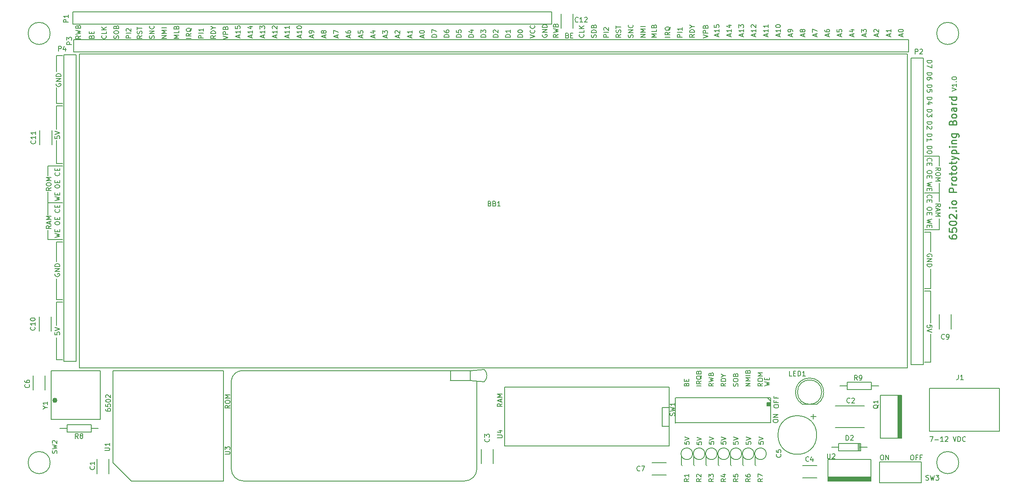
<source format=gto>
G04 #@! TF.FileFunction,Legend,Top*
%FSLAX46Y46*%
G04 Gerber Fmt 4.6, Leading zero omitted, Abs format (unit mm)*
G04 Created by KiCad (PCBNEW (2015-08-16 BZR 6097, Git b384c94)-product) date 10/3/2015 5:34:04 PM*
%MOMM*%
G01*
G04 APERTURE LIST*
%ADD10C,0.100000*%
%ADD11C,0.150000*%
%ADD12C,0.250000*%
%ADD13C,0.200000*%
G04 APERTURE END LIST*
D10*
D11*
X141523981Y-128757276D02*
X141047790Y-129090610D01*
X141523981Y-129328705D02*
X140523981Y-129328705D01*
X140523981Y-128947752D01*
X140571600Y-128852514D01*
X140619219Y-128804895D01*
X140714457Y-128757276D01*
X140857314Y-128757276D01*
X140952552Y-128804895D01*
X141000171Y-128852514D01*
X141047790Y-128947752D01*
X141047790Y-129328705D01*
X141238267Y-128376324D02*
X141238267Y-127900133D01*
X141523981Y-128471562D02*
X140523981Y-128138229D01*
X141523981Y-127804895D01*
X141523981Y-127471562D02*
X140523981Y-127471562D01*
X141238267Y-127138228D01*
X140523981Y-126804895D01*
X141523981Y-126804895D01*
X85186781Y-129106514D02*
X84710590Y-129439848D01*
X85186781Y-129677943D02*
X84186781Y-129677943D01*
X84186781Y-129296990D01*
X84234400Y-129201752D01*
X84282019Y-129154133D01*
X84377257Y-129106514D01*
X84520114Y-129106514D01*
X84615352Y-129154133D01*
X84662971Y-129201752D01*
X84710590Y-129296990D01*
X84710590Y-129677943D01*
X84186781Y-128487467D02*
X84186781Y-128296990D01*
X84234400Y-128201752D01*
X84329638Y-128106514D01*
X84520114Y-128058895D01*
X84853448Y-128058895D01*
X85043924Y-128106514D01*
X85139162Y-128201752D01*
X85186781Y-128296990D01*
X85186781Y-128487467D01*
X85139162Y-128582705D01*
X85043924Y-128677943D01*
X84853448Y-128725562D01*
X84520114Y-128725562D01*
X84329638Y-128677943D01*
X84234400Y-128582705D01*
X84186781Y-128487467D01*
X85186781Y-127630324D02*
X84186781Y-127630324D01*
X84901067Y-127296990D01*
X84186781Y-126963657D01*
X85186781Y-126963657D01*
X59497981Y-129863695D02*
X59497981Y-130054172D01*
X59545600Y-130149410D01*
X59593219Y-130197029D01*
X59736076Y-130292267D01*
X59926552Y-130339886D01*
X60307505Y-130339886D01*
X60402743Y-130292267D01*
X60450362Y-130244648D01*
X60497981Y-130149410D01*
X60497981Y-129958933D01*
X60450362Y-129863695D01*
X60402743Y-129816076D01*
X60307505Y-129768457D01*
X60069410Y-129768457D01*
X59974171Y-129816076D01*
X59926552Y-129863695D01*
X59878933Y-129958933D01*
X59878933Y-130149410D01*
X59926552Y-130244648D01*
X59974171Y-130292267D01*
X60069410Y-130339886D01*
X59497981Y-128863695D02*
X59497981Y-129339886D01*
X59974171Y-129387505D01*
X59926552Y-129339886D01*
X59878933Y-129244648D01*
X59878933Y-129006552D01*
X59926552Y-128911314D01*
X59974171Y-128863695D01*
X60069410Y-128816076D01*
X60307505Y-128816076D01*
X60402743Y-128863695D01*
X60450362Y-128911314D01*
X60497981Y-129006552D01*
X60497981Y-129244648D01*
X60450362Y-129339886D01*
X60402743Y-129387505D01*
X59497981Y-128197029D02*
X59497981Y-128101790D01*
X59545600Y-128006552D01*
X59593219Y-127958933D01*
X59688457Y-127911314D01*
X59878933Y-127863695D01*
X60117029Y-127863695D01*
X60307505Y-127911314D01*
X60402743Y-127958933D01*
X60450362Y-128006552D01*
X60497981Y-128101790D01*
X60497981Y-128197029D01*
X60450362Y-128292267D01*
X60402743Y-128339886D01*
X60307505Y-128387505D01*
X60117029Y-128435124D01*
X59878933Y-128435124D01*
X59688457Y-128387505D01*
X59593219Y-128339886D01*
X59545600Y-128292267D01*
X59497981Y-128197029D01*
X59593219Y-127482743D02*
X59545600Y-127435124D01*
X59497981Y-127339886D01*
X59497981Y-127101790D01*
X59545600Y-127006552D01*
X59593219Y-126958933D01*
X59688457Y-126911314D01*
X59783695Y-126911314D01*
X59926552Y-126958933D01*
X60497981Y-127530362D01*
X60497981Y-126911314D01*
X229965714Y-135596381D02*
X230632381Y-135596381D01*
X230203809Y-136596381D01*
X231013333Y-136215429D02*
X231775238Y-136215429D01*
X232775238Y-136596381D02*
X232203809Y-136596381D01*
X232489523Y-136596381D02*
X232489523Y-135596381D01*
X232394285Y-135739238D01*
X232299047Y-135834476D01*
X232203809Y-135882095D01*
X233156190Y-135691619D02*
X233203809Y-135644000D01*
X233299047Y-135596381D01*
X233537143Y-135596381D01*
X233632381Y-135644000D01*
X233680000Y-135691619D01*
X233727619Y-135786857D01*
X233727619Y-135882095D01*
X233680000Y-136024952D01*
X233108571Y-136596381D01*
X233727619Y-136596381D01*
X234775238Y-135596381D02*
X235108571Y-136596381D01*
X235441905Y-135596381D01*
X235775238Y-136596381D02*
X235775238Y-135596381D01*
X236013333Y-135596381D01*
X236156191Y-135644000D01*
X236251429Y-135739238D01*
X236299048Y-135834476D01*
X236346667Y-136024952D01*
X236346667Y-136167810D01*
X236299048Y-136358286D01*
X236251429Y-136453524D01*
X236156191Y-136548762D01*
X236013333Y-136596381D01*
X235775238Y-136596381D01*
X237346667Y-136501143D02*
X237299048Y-136548762D01*
X237156191Y-136596381D01*
X237060953Y-136596381D01*
X236918095Y-136548762D01*
X236822857Y-136453524D01*
X236775238Y-136358286D01*
X236727619Y-136167810D01*
X236727619Y-136024952D01*
X236775238Y-135834476D01*
X236822857Y-135739238D01*
X236918095Y-135644000D01*
X237060953Y-135596381D01*
X237156191Y-135596381D01*
X237299048Y-135644000D01*
X237346667Y-135691619D01*
X234529381Y-64007809D02*
X235529381Y-63674476D01*
X234529381Y-63341142D01*
X235529381Y-62483999D02*
X235529381Y-63055428D01*
X235529381Y-62769714D02*
X234529381Y-62769714D01*
X234672238Y-62864952D01*
X234767476Y-62960190D01*
X234815095Y-63055428D01*
X235434143Y-62055428D02*
X235481762Y-62007809D01*
X235529381Y-62055428D01*
X235481762Y-62103047D01*
X235434143Y-62055428D01*
X235529381Y-62055428D01*
X234529381Y-61388762D02*
X234529381Y-61293523D01*
X234577000Y-61198285D01*
X234624619Y-61150666D01*
X234719857Y-61103047D01*
X234910333Y-61055428D01*
X235148429Y-61055428D01*
X235338905Y-61103047D01*
X235434143Y-61150666D01*
X235481762Y-61198285D01*
X235529381Y-61293523D01*
X235529381Y-61388762D01*
X235481762Y-61484000D01*
X235434143Y-61531619D01*
X235338905Y-61579238D01*
X235148429Y-61626857D01*
X234910333Y-61626857D01*
X234719857Y-61579238D01*
X234624619Y-61531619D01*
X234577000Y-61484000D01*
X234529381Y-61388762D01*
D12*
X234001571Y-93918714D02*
X234001571Y-94204428D01*
X234073000Y-94347285D01*
X234144429Y-94418714D01*
X234358714Y-94561571D01*
X234644429Y-94633000D01*
X235215857Y-94633000D01*
X235358714Y-94561571D01*
X235430143Y-94490143D01*
X235501571Y-94347285D01*
X235501571Y-94061571D01*
X235430143Y-93918714D01*
X235358714Y-93847285D01*
X235215857Y-93775857D01*
X234858714Y-93775857D01*
X234715857Y-93847285D01*
X234644429Y-93918714D01*
X234573000Y-94061571D01*
X234573000Y-94347285D01*
X234644429Y-94490143D01*
X234715857Y-94561571D01*
X234858714Y-94633000D01*
X234001571Y-92418714D02*
X234001571Y-93133000D01*
X234715857Y-93204429D01*
X234644429Y-93133000D01*
X234573000Y-92990143D01*
X234573000Y-92633000D01*
X234644429Y-92490143D01*
X234715857Y-92418714D01*
X234858714Y-92347286D01*
X235215857Y-92347286D01*
X235358714Y-92418714D01*
X235430143Y-92490143D01*
X235501571Y-92633000D01*
X235501571Y-92990143D01*
X235430143Y-93133000D01*
X235358714Y-93204429D01*
X234001571Y-91418715D02*
X234001571Y-91275858D01*
X234073000Y-91133001D01*
X234144429Y-91061572D01*
X234287286Y-90990143D01*
X234573000Y-90918715D01*
X234930143Y-90918715D01*
X235215857Y-90990143D01*
X235358714Y-91061572D01*
X235430143Y-91133001D01*
X235501571Y-91275858D01*
X235501571Y-91418715D01*
X235430143Y-91561572D01*
X235358714Y-91633001D01*
X235215857Y-91704429D01*
X234930143Y-91775858D01*
X234573000Y-91775858D01*
X234287286Y-91704429D01*
X234144429Y-91633001D01*
X234073000Y-91561572D01*
X234001571Y-91418715D01*
X234144429Y-90347287D02*
X234073000Y-90275858D01*
X234001571Y-90133001D01*
X234001571Y-89775858D01*
X234073000Y-89633001D01*
X234144429Y-89561572D01*
X234287286Y-89490144D01*
X234430143Y-89490144D01*
X234644429Y-89561572D01*
X235501571Y-90418715D01*
X235501571Y-89490144D01*
X235358714Y-88847287D02*
X235430143Y-88775859D01*
X235501571Y-88847287D01*
X235430143Y-88918716D01*
X235358714Y-88847287D01*
X235501571Y-88847287D01*
X235501571Y-88133001D02*
X234501571Y-88133001D01*
X234001571Y-88133001D02*
X234073000Y-88204430D01*
X234144429Y-88133001D01*
X234073000Y-88061573D01*
X234001571Y-88133001D01*
X234144429Y-88133001D01*
X235501571Y-87204429D02*
X235430143Y-87347287D01*
X235358714Y-87418715D01*
X235215857Y-87490144D01*
X234787286Y-87490144D01*
X234644429Y-87418715D01*
X234573000Y-87347287D01*
X234501571Y-87204429D01*
X234501571Y-86990144D01*
X234573000Y-86847287D01*
X234644429Y-86775858D01*
X234787286Y-86704429D01*
X235215857Y-86704429D01*
X235358714Y-86775858D01*
X235430143Y-86847287D01*
X235501571Y-86990144D01*
X235501571Y-87204429D01*
X235501571Y-84918715D02*
X234001571Y-84918715D01*
X234001571Y-84347287D01*
X234073000Y-84204429D01*
X234144429Y-84133001D01*
X234287286Y-84061572D01*
X234501571Y-84061572D01*
X234644429Y-84133001D01*
X234715857Y-84204429D01*
X234787286Y-84347287D01*
X234787286Y-84918715D01*
X235501571Y-83418715D02*
X234501571Y-83418715D01*
X234787286Y-83418715D02*
X234644429Y-83347287D01*
X234573000Y-83275858D01*
X234501571Y-83133001D01*
X234501571Y-82990144D01*
X235501571Y-82275858D02*
X235430143Y-82418716D01*
X235358714Y-82490144D01*
X235215857Y-82561573D01*
X234787286Y-82561573D01*
X234644429Y-82490144D01*
X234573000Y-82418716D01*
X234501571Y-82275858D01*
X234501571Y-82061573D01*
X234573000Y-81918716D01*
X234644429Y-81847287D01*
X234787286Y-81775858D01*
X235215857Y-81775858D01*
X235358714Y-81847287D01*
X235430143Y-81918716D01*
X235501571Y-82061573D01*
X235501571Y-82275858D01*
X234501571Y-81347287D02*
X234501571Y-80775858D01*
X234001571Y-81133001D02*
X235287286Y-81133001D01*
X235430143Y-81061573D01*
X235501571Y-80918715D01*
X235501571Y-80775858D01*
X235501571Y-80061572D02*
X235430143Y-80204430D01*
X235358714Y-80275858D01*
X235215857Y-80347287D01*
X234787286Y-80347287D01*
X234644429Y-80275858D01*
X234573000Y-80204430D01*
X234501571Y-80061572D01*
X234501571Y-79847287D01*
X234573000Y-79704430D01*
X234644429Y-79633001D01*
X234787286Y-79561572D01*
X235215857Y-79561572D01*
X235358714Y-79633001D01*
X235430143Y-79704430D01*
X235501571Y-79847287D01*
X235501571Y-80061572D01*
X234501571Y-79133001D02*
X234501571Y-78561572D01*
X234001571Y-78918715D02*
X235287286Y-78918715D01*
X235430143Y-78847287D01*
X235501571Y-78704429D01*
X235501571Y-78561572D01*
X234501571Y-78204429D02*
X235501571Y-77847286D01*
X234501571Y-77490144D02*
X235501571Y-77847286D01*
X235858714Y-77990144D01*
X235930143Y-78061572D01*
X236001571Y-78204429D01*
X234501571Y-76918715D02*
X236001571Y-76918715D01*
X234573000Y-76918715D02*
X234501571Y-76775858D01*
X234501571Y-76490144D01*
X234573000Y-76347287D01*
X234644429Y-76275858D01*
X234787286Y-76204429D01*
X235215857Y-76204429D01*
X235358714Y-76275858D01*
X235430143Y-76347287D01*
X235501571Y-76490144D01*
X235501571Y-76775858D01*
X235430143Y-76918715D01*
X235501571Y-75561572D02*
X234501571Y-75561572D01*
X234001571Y-75561572D02*
X234073000Y-75633001D01*
X234144429Y-75561572D01*
X234073000Y-75490144D01*
X234001571Y-75561572D01*
X234144429Y-75561572D01*
X234501571Y-74847286D02*
X235501571Y-74847286D01*
X234644429Y-74847286D02*
X234573000Y-74775858D01*
X234501571Y-74633000D01*
X234501571Y-74418715D01*
X234573000Y-74275858D01*
X234715857Y-74204429D01*
X235501571Y-74204429D01*
X234501571Y-72847286D02*
X235715857Y-72847286D01*
X235858714Y-72918715D01*
X235930143Y-72990143D01*
X236001571Y-73133000D01*
X236001571Y-73347286D01*
X235930143Y-73490143D01*
X235430143Y-72847286D02*
X235501571Y-72990143D01*
X235501571Y-73275857D01*
X235430143Y-73418715D01*
X235358714Y-73490143D01*
X235215857Y-73561572D01*
X234787286Y-73561572D01*
X234644429Y-73490143D01*
X234573000Y-73418715D01*
X234501571Y-73275857D01*
X234501571Y-72990143D01*
X234573000Y-72847286D01*
X234715857Y-70490143D02*
X234787286Y-70275857D01*
X234858714Y-70204429D01*
X235001571Y-70133000D01*
X235215857Y-70133000D01*
X235358714Y-70204429D01*
X235430143Y-70275857D01*
X235501571Y-70418715D01*
X235501571Y-70990143D01*
X234001571Y-70990143D01*
X234001571Y-70490143D01*
X234073000Y-70347286D01*
X234144429Y-70275857D01*
X234287286Y-70204429D01*
X234430143Y-70204429D01*
X234573000Y-70275857D01*
X234644429Y-70347286D01*
X234715857Y-70490143D01*
X234715857Y-70990143D01*
X235501571Y-69275857D02*
X235430143Y-69418715D01*
X235358714Y-69490143D01*
X235215857Y-69561572D01*
X234787286Y-69561572D01*
X234644429Y-69490143D01*
X234573000Y-69418715D01*
X234501571Y-69275857D01*
X234501571Y-69061572D01*
X234573000Y-68918715D01*
X234644429Y-68847286D01*
X234787286Y-68775857D01*
X235215857Y-68775857D01*
X235358714Y-68847286D01*
X235430143Y-68918715D01*
X235501571Y-69061572D01*
X235501571Y-69275857D01*
X235501571Y-67490143D02*
X234715857Y-67490143D01*
X234573000Y-67561572D01*
X234501571Y-67704429D01*
X234501571Y-67990143D01*
X234573000Y-68133000D01*
X235430143Y-67490143D02*
X235501571Y-67633000D01*
X235501571Y-67990143D01*
X235430143Y-68133000D01*
X235287286Y-68204429D01*
X235144429Y-68204429D01*
X235001571Y-68133000D01*
X234930143Y-67990143D01*
X234930143Y-67633000D01*
X234858714Y-67490143D01*
X235501571Y-66775857D02*
X234501571Y-66775857D01*
X234787286Y-66775857D02*
X234644429Y-66704429D01*
X234573000Y-66633000D01*
X234501571Y-66490143D01*
X234501571Y-66347286D01*
X235501571Y-65204429D02*
X234001571Y-65204429D01*
X235430143Y-65204429D02*
X235501571Y-65347286D01*
X235501571Y-65633000D01*
X235430143Y-65775858D01*
X235358714Y-65847286D01*
X235215857Y-65918715D01*
X234787286Y-65918715D01*
X234644429Y-65847286D01*
X234573000Y-65775858D01*
X234501571Y-65633000D01*
X234501571Y-65347286D01*
X234573000Y-65204429D01*
D11*
X195794381Y-125079143D02*
X196794381Y-124841048D01*
X196080095Y-124650571D01*
X196794381Y-124460095D01*
X195794381Y-124222000D01*
X196270571Y-123841048D02*
X196270571Y-123507714D01*
X196794381Y-123364857D02*
X196794381Y-123841048D01*
X195794381Y-123841048D01*
X195794381Y-123364857D01*
D13*
X50546000Y-87122000D02*
X47498000Y-87122000D01*
X47498000Y-84836000D02*
X47498000Y-89662000D01*
X47498000Y-79502000D02*
X47498000Y-81534000D01*
X50546000Y-79502000D02*
X47498000Y-79502000D01*
X47498000Y-94742000D02*
X47498000Y-92837000D01*
X50546000Y-94742000D02*
X47498000Y-94742000D01*
D11*
X179242381Y-136645714D02*
X179242381Y-137121905D01*
X179718571Y-137169524D01*
X179670952Y-137121905D01*
X179623333Y-137026667D01*
X179623333Y-136788571D01*
X179670952Y-136693333D01*
X179718571Y-136645714D01*
X179813810Y-136598095D01*
X180051905Y-136598095D01*
X180147143Y-136645714D01*
X180194762Y-136693333D01*
X180242381Y-136788571D01*
X180242381Y-137026667D01*
X180194762Y-137121905D01*
X180147143Y-137169524D01*
X179242381Y-136312381D02*
X180242381Y-135979048D01*
X179242381Y-135645714D01*
X181782381Y-136705714D02*
X181782381Y-137181905D01*
X182258571Y-137229524D01*
X182210952Y-137181905D01*
X182163333Y-137086667D01*
X182163333Y-136848571D01*
X182210952Y-136753333D01*
X182258571Y-136705714D01*
X182353810Y-136658095D01*
X182591905Y-136658095D01*
X182687143Y-136705714D01*
X182734762Y-136753333D01*
X182782381Y-136848571D01*
X182782381Y-137086667D01*
X182734762Y-137181905D01*
X182687143Y-137229524D01*
X181782381Y-136372381D02*
X182782381Y-136039048D01*
X181782381Y-135705714D01*
X184322381Y-136625714D02*
X184322381Y-137101905D01*
X184798571Y-137149524D01*
X184750952Y-137101905D01*
X184703333Y-137006667D01*
X184703333Y-136768571D01*
X184750952Y-136673333D01*
X184798571Y-136625714D01*
X184893810Y-136578095D01*
X185131905Y-136578095D01*
X185227143Y-136625714D01*
X185274762Y-136673333D01*
X185322381Y-136768571D01*
X185322381Y-137006667D01*
X185274762Y-137101905D01*
X185227143Y-137149524D01*
X184322381Y-136292381D02*
X185322381Y-135959048D01*
X184322381Y-135625714D01*
X186802381Y-136625714D02*
X186802381Y-137101905D01*
X187278571Y-137149524D01*
X187230952Y-137101905D01*
X187183333Y-137006667D01*
X187183333Y-136768571D01*
X187230952Y-136673333D01*
X187278571Y-136625714D01*
X187373810Y-136578095D01*
X187611905Y-136578095D01*
X187707143Y-136625714D01*
X187754762Y-136673333D01*
X187802381Y-136768571D01*
X187802381Y-137006667D01*
X187754762Y-137101905D01*
X187707143Y-137149524D01*
X186802381Y-136292381D02*
X187802381Y-135959048D01*
X186802381Y-135625714D01*
X189342381Y-136665714D02*
X189342381Y-137141905D01*
X189818571Y-137189524D01*
X189770952Y-137141905D01*
X189723333Y-137046667D01*
X189723333Y-136808571D01*
X189770952Y-136713333D01*
X189818571Y-136665714D01*
X189913810Y-136618095D01*
X190151905Y-136618095D01*
X190247143Y-136665714D01*
X190294762Y-136713333D01*
X190342381Y-136808571D01*
X190342381Y-137046667D01*
X190294762Y-137141905D01*
X190247143Y-137189524D01*
X189342381Y-136332381D02*
X190342381Y-135999048D01*
X189342381Y-135665714D01*
X191982381Y-136665714D02*
X191982381Y-137141905D01*
X192458571Y-137189524D01*
X192410952Y-137141905D01*
X192363333Y-137046667D01*
X192363333Y-136808571D01*
X192410952Y-136713333D01*
X192458571Y-136665714D01*
X192553810Y-136618095D01*
X192791905Y-136618095D01*
X192887143Y-136665714D01*
X192934762Y-136713333D01*
X192982381Y-136808571D01*
X192982381Y-137046667D01*
X192934762Y-137141905D01*
X192887143Y-137189524D01*
X191982381Y-136332381D02*
X192982381Y-135999048D01*
X191982381Y-135665714D01*
X194562381Y-136625714D02*
X194562381Y-137101905D01*
X195038571Y-137149524D01*
X194990952Y-137101905D01*
X194943333Y-137006667D01*
X194943333Y-136768571D01*
X194990952Y-136673333D01*
X195038571Y-136625714D01*
X195133810Y-136578095D01*
X195371905Y-136578095D01*
X195467143Y-136625714D01*
X195514762Y-136673333D01*
X195562381Y-136768571D01*
X195562381Y-137006667D01*
X195514762Y-137101905D01*
X195467143Y-137149524D01*
X194562381Y-136292381D02*
X195562381Y-135959048D01*
X194562381Y-135625714D01*
X197699381Y-129365429D02*
X197699381Y-129174952D01*
X197747000Y-129079714D01*
X197842238Y-128984476D01*
X198032714Y-128936857D01*
X198366048Y-128936857D01*
X198556524Y-128984476D01*
X198651762Y-129079714D01*
X198699381Y-129174952D01*
X198699381Y-129365429D01*
X198651762Y-129460667D01*
X198556524Y-129555905D01*
X198366048Y-129603524D01*
X198032714Y-129603524D01*
X197842238Y-129555905D01*
X197747000Y-129460667D01*
X197699381Y-129365429D01*
X198175571Y-128174952D02*
X198175571Y-128508286D01*
X198699381Y-128508286D02*
X197699381Y-128508286D01*
X197699381Y-128032095D01*
X198175571Y-127317809D02*
X198175571Y-127651143D01*
X198699381Y-127651143D02*
X197699381Y-127651143D01*
X197699381Y-127174952D01*
X197572381Y-132413429D02*
X197572381Y-132222952D01*
X197620000Y-132127714D01*
X197715238Y-132032476D01*
X197905714Y-131984857D01*
X198239048Y-131984857D01*
X198429524Y-132032476D01*
X198524762Y-132127714D01*
X198572381Y-132222952D01*
X198572381Y-132413429D01*
X198524762Y-132508667D01*
X198429524Y-132603905D01*
X198239048Y-132651524D01*
X197905714Y-132651524D01*
X197715238Y-132603905D01*
X197620000Y-132508667D01*
X197572381Y-132413429D01*
X198572381Y-131556286D02*
X197572381Y-131556286D01*
X198572381Y-130984857D01*
X197572381Y-130984857D01*
X226234571Y-139406381D02*
X226425048Y-139406381D01*
X226520286Y-139454000D01*
X226615524Y-139549238D01*
X226663143Y-139739714D01*
X226663143Y-140073048D01*
X226615524Y-140263524D01*
X226520286Y-140358762D01*
X226425048Y-140406381D01*
X226234571Y-140406381D01*
X226139333Y-140358762D01*
X226044095Y-140263524D01*
X225996476Y-140073048D01*
X225996476Y-139739714D01*
X226044095Y-139549238D01*
X226139333Y-139454000D01*
X226234571Y-139406381D01*
X227425048Y-139882571D02*
X227091714Y-139882571D01*
X227091714Y-140406381D02*
X227091714Y-139406381D01*
X227567905Y-139406381D01*
X228282191Y-139882571D02*
X227948857Y-139882571D01*
X227948857Y-140406381D02*
X227948857Y-139406381D01*
X228425048Y-139406381D01*
X220011571Y-139406381D02*
X220202048Y-139406381D01*
X220297286Y-139454000D01*
X220392524Y-139549238D01*
X220440143Y-139739714D01*
X220440143Y-140073048D01*
X220392524Y-140263524D01*
X220297286Y-140358762D01*
X220202048Y-140406381D01*
X220011571Y-140406381D01*
X219916333Y-140358762D01*
X219821095Y-140263524D01*
X219773476Y-140073048D01*
X219773476Y-139739714D01*
X219821095Y-139549238D01*
X219916333Y-139454000D01*
X220011571Y-139406381D01*
X220868714Y-140406381D02*
X220868714Y-139406381D01*
X221440143Y-140406381D01*
X221440143Y-139406381D01*
X195397381Y-124539476D02*
X194921190Y-124872810D01*
X195397381Y-125110905D02*
X194397381Y-125110905D01*
X194397381Y-124729952D01*
X194445000Y-124634714D01*
X194492619Y-124587095D01*
X194587857Y-124539476D01*
X194730714Y-124539476D01*
X194825952Y-124587095D01*
X194873571Y-124634714D01*
X194921190Y-124729952D01*
X194921190Y-125110905D01*
X194397381Y-123920429D02*
X194397381Y-123729952D01*
X194445000Y-123634714D01*
X194540238Y-123539476D01*
X194730714Y-123491857D01*
X195064048Y-123491857D01*
X195254524Y-123539476D01*
X195349762Y-123634714D01*
X195397381Y-123729952D01*
X195397381Y-123920429D01*
X195349762Y-124015667D01*
X195254524Y-124110905D01*
X195064048Y-124158524D01*
X194730714Y-124158524D01*
X194540238Y-124110905D01*
X194445000Y-124015667D01*
X194397381Y-123920429D01*
X195397381Y-123063286D02*
X194397381Y-123063286D01*
X195111667Y-122729952D01*
X194397381Y-122396619D01*
X195397381Y-122396619D01*
X192857381Y-125110905D02*
X191857381Y-125110905D01*
X192857381Y-124539476D01*
X191857381Y-124539476D01*
X192857381Y-124063286D02*
X191857381Y-124063286D01*
X192571667Y-123729952D01*
X191857381Y-123396619D01*
X192857381Y-123396619D01*
X192857381Y-122920429D02*
X191857381Y-122920429D01*
X192333571Y-122110905D02*
X192381190Y-121968048D01*
X192428810Y-121920429D01*
X192524048Y-121872810D01*
X192666905Y-121872810D01*
X192762143Y-121920429D01*
X192809762Y-121968048D01*
X192857381Y-122063286D01*
X192857381Y-122444239D01*
X191857381Y-122444239D01*
X191857381Y-122110905D01*
X191905000Y-122015667D01*
X191952619Y-121968048D01*
X192047857Y-121920429D01*
X192143095Y-121920429D01*
X192238333Y-121968048D01*
X192285952Y-122015667D01*
X192333571Y-122110905D01*
X192333571Y-122444239D01*
X190269762Y-125158524D02*
X190317381Y-125015667D01*
X190317381Y-124777571D01*
X190269762Y-124682333D01*
X190222143Y-124634714D01*
X190126905Y-124587095D01*
X190031667Y-124587095D01*
X189936429Y-124634714D01*
X189888810Y-124682333D01*
X189841190Y-124777571D01*
X189793571Y-124968048D01*
X189745952Y-125063286D01*
X189698333Y-125110905D01*
X189603095Y-125158524D01*
X189507857Y-125158524D01*
X189412619Y-125110905D01*
X189365000Y-125063286D01*
X189317381Y-124968048D01*
X189317381Y-124729952D01*
X189365000Y-124587095D01*
X189317381Y-123968048D02*
X189317381Y-123777571D01*
X189365000Y-123682333D01*
X189460238Y-123587095D01*
X189650714Y-123539476D01*
X189984048Y-123539476D01*
X190174524Y-123587095D01*
X190269762Y-123682333D01*
X190317381Y-123777571D01*
X190317381Y-123968048D01*
X190269762Y-124063286D01*
X190174524Y-124158524D01*
X189984048Y-124206143D01*
X189650714Y-124206143D01*
X189460238Y-124158524D01*
X189365000Y-124063286D01*
X189317381Y-123968048D01*
X189793571Y-122777571D02*
X189841190Y-122634714D01*
X189888810Y-122587095D01*
X189984048Y-122539476D01*
X190126905Y-122539476D01*
X190222143Y-122587095D01*
X190269762Y-122634714D01*
X190317381Y-122729952D01*
X190317381Y-123110905D01*
X189317381Y-123110905D01*
X189317381Y-122777571D01*
X189365000Y-122682333D01*
X189412619Y-122634714D01*
X189507857Y-122587095D01*
X189603095Y-122587095D01*
X189698333Y-122634714D01*
X189745952Y-122682333D01*
X189793571Y-122777571D01*
X189793571Y-123110905D01*
X187777381Y-124539476D02*
X187301190Y-124872810D01*
X187777381Y-125110905D02*
X186777381Y-125110905D01*
X186777381Y-124729952D01*
X186825000Y-124634714D01*
X186872619Y-124587095D01*
X186967857Y-124539476D01*
X187110714Y-124539476D01*
X187205952Y-124587095D01*
X187253571Y-124634714D01*
X187301190Y-124729952D01*
X187301190Y-125110905D01*
X187777381Y-124110905D02*
X186777381Y-124110905D01*
X186777381Y-123872810D01*
X186825000Y-123729952D01*
X186920238Y-123634714D01*
X187015476Y-123587095D01*
X187205952Y-123539476D01*
X187348810Y-123539476D01*
X187539286Y-123587095D01*
X187634524Y-123634714D01*
X187729762Y-123729952D01*
X187777381Y-123872810D01*
X187777381Y-124110905D01*
X187301190Y-122920429D02*
X187777381Y-122920429D01*
X186777381Y-123253762D02*
X187301190Y-122920429D01*
X186777381Y-122587095D01*
X185237381Y-124539476D02*
X184761190Y-124872810D01*
X185237381Y-125110905D02*
X184237381Y-125110905D01*
X184237381Y-124729952D01*
X184285000Y-124634714D01*
X184332619Y-124587095D01*
X184427857Y-124539476D01*
X184570714Y-124539476D01*
X184665952Y-124587095D01*
X184713571Y-124634714D01*
X184761190Y-124729952D01*
X184761190Y-125110905D01*
X184237381Y-124206143D02*
X185237381Y-123968048D01*
X184523095Y-123777571D01*
X185237381Y-123587095D01*
X184237381Y-123349000D01*
X184713571Y-122634714D02*
X184761190Y-122491857D01*
X184808810Y-122444238D01*
X184904048Y-122396619D01*
X185046905Y-122396619D01*
X185142143Y-122444238D01*
X185189762Y-122491857D01*
X185237381Y-122587095D01*
X185237381Y-122968048D01*
X184237381Y-122968048D01*
X184237381Y-122634714D01*
X184285000Y-122539476D01*
X184332619Y-122491857D01*
X184427857Y-122444238D01*
X184523095Y-122444238D01*
X184618333Y-122491857D01*
X184665952Y-122539476D01*
X184713571Y-122634714D01*
X184713571Y-122968048D01*
X182697381Y-125110905D02*
X181697381Y-125110905D01*
X182697381Y-124063286D02*
X182221190Y-124396620D01*
X182697381Y-124634715D02*
X181697381Y-124634715D01*
X181697381Y-124253762D01*
X181745000Y-124158524D01*
X181792619Y-124110905D01*
X181887857Y-124063286D01*
X182030714Y-124063286D01*
X182125952Y-124110905D01*
X182173571Y-124158524D01*
X182221190Y-124253762D01*
X182221190Y-124634715D01*
X182792619Y-122968048D02*
X182745000Y-123063286D01*
X182649762Y-123158524D01*
X182506905Y-123301381D01*
X182459286Y-123396620D01*
X182459286Y-123491858D01*
X182697381Y-123444239D02*
X182649762Y-123539477D01*
X182554524Y-123634715D01*
X182364048Y-123682334D01*
X182030714Y-123682334D01*
X181840238Y-123634715D01*
X181745000Y-123539477D01*
X181697381Y-123444239D01*
X181697381Y-123253762D01*
X181745000Y-123158524D01*
X181840238Y-123063286D01*
X182030714Y-123015667D01*
X182364048Y-123015667D01*
X182554524Y-123063286D01*
X182649762Y-123158524D01*
X182697381Y-123253762D01*
X182697381Y-123444239D01*
X182173571Y-122253762D02*
X182221190Y-122110905D01*
X182268810Y-122063286D01*
X182364048Y-122015667D01*
X182506905Y-122015667D01*
X182602143Y-122063286D01*
X182649762Y-122110905D01*
X182697381Y-122206143D01*
X182697381Y-122587096D01*
X181697381Y-122587096D01*
X181697381Y-122253762D01*
X181745000Y-122158524D01*
X181792619Y-122110905D01*
X181887857Y-122063286D01*
X181983095Y-122063286D01*
X182078333Y-122110905D01*
X182125952Y-122158524D01*
X182173571Y-122253762D01*
X182173571Y-122587096D01*
X179633571Y-124777571D02*
X179681190Y-124634714D01*
X179728810Y-124587095D01*
X179824048Y-124539476D01*
X179966905Y-124539476D01*
X180062143Y-124587095D01*
X180109762Y-124634714D01*
X180157381Y-124729952D01*
X180157381Y-125110905D01*
X179157381Y-125110905D01*
X179157381Y-124777571D01*
X179205000Y-124682333D01*
X179252619Y-124634714D01*
X179347857Y-124587095D01*
X179443095Y-124587095D01*
X179538333Y-124634714D01*
X179585952Y-124682333D01*
X179633571Y-124777571D01*
X179633571Y-125110905D01*
X179633571Y-124110905D02*
X179633571Y-123777571D01*
X180157381Y-123634714D02*
X180157381Y-124110905D01*
X179157381Y-124110905D01*
X179157381Y-123634714D01*
D13*
X230124000Y-111760000D02*
X230124000Y-112014000D01*
X230124000Y-111252000D02*
X230124000Y-111760000D01*
X230124000Y-120142000D02*
X228854000Y-120142000D01*
X230124000Y-114300000D02*
X230124000Y-120142000D01*
X230124000Y-105410000D02*
X230124000Y-111252000D01*
X228854000Y-105410000D02*
X230124000Y-105410000D01*
D11*
X230417619Y-112982286D02*
X230417619Y-112506095D01*
X229941429Y-112458476D01*
X229989048Y-112506095D01*
X230036667Y-112601333D01*
X230036667Y-112839429D01*
X229989048Y-112934667D01*
X229941429Y-112982286D01*
X229846190Y-113029905D01*
X229608095Y-113029905D01*
X229512857Y-112982286D01*
X229465238Y-112934667D01*
X229417619Y-112839429D01*
X229417619Y-112601333D01*
X229465238Y-112506095D01*
X229512857Y-112458476D01*
X230417619Y-113315619D02*
X229417619Y-113648952D01*
X230417619Y-113982286D01*
D13*
X230124000Y-104902000D02*
X228854000Y-104902000D01*
X230124000Y-100838000D02*
X230124000Y-104902000D01*
X230124000Y-93218000D02*
X228854000Y-93218000D01*
X230124000Y-97282000D02*
X230124000Y-93218000D01*
D11*
X230370000Y-98297905D02*
X230417619Y-98202667D01*
X230417619Y-98059810D01*
X230370000Y-97916952D01*
X230274762Y-97821714D01*
X230179524Y-97774095D01*
X229989048Y-97726476D01*
X229846190Y-97726476D01*
X229655714Y-97774095D01*
X229560476Y-97821714D01*
X229465238Y-97916952D01*
X229417619Y-98059810D01*
X229417619Y-98155048D01*
X229465238Y-98297905D01*
X229512857Y-98345524D01*
X229846190Y-98345524D01*
X229846190Y-98155048D01*
X229417619Y-98774095D02*
X230417619Y-98774095D01*
X229417619Y-99345524D01*
X230417619Y-99345524D01*
X229417619Y-99821714D02*
X230417619Y-99821714D01*
X230417619Y-100059809D01*
X230370000Y-100202667D01*
X230274762Y-100297905D01*
X230179524Y-100345524D01*
X229989048Y-100393143D01*
X229846190Y-100393143D01*
X229655714Y-100345524D01*
X229560476Y-100297905D01*
X229465238Y-100202667D01*
X229417619Y-100059809D01*
X229417619Y-99821714D01*
D13*
X229362000Y-92710000D02*
X228854000Y-92710000D01*
X231902000Y-77470000D02*
X228854000Y-77470000D01*
X231902000Y-79502000D02*
X231902000Y-77470000D01*
X231902000Y-85090000D02*
X231902000Y-83058000D01*
X228854000Y-85090000D02*
X231902000Y-85090000D01*
X231902000Y-85090000D02*
X228854000Y-85090000D01*
X231902000Y-86868000D02*
X231902000Y-85090000D01*
X231902000Y-92710000D02*
X231902000Y-90424000D01*
X229362000Y-92710000D02*
X231902000Y-92710000D01*
D11*
X231195619Y-80494286D02*
X231671810Y-80160952D01*
X231195619Y-79922857D02*
X232195619Y-79922857D01*
X232195619Y-80303810D01*
X232148000Y-80399048D01*
X232100381Y-80446667D01*
X232005143Y-80494286D01*
X231862286Y-80494286D01*
X231767048Y-80446667D01*
X231719429Y-80399048D01*
X231671810Y-80303810D01*
X231671810Y-79922857D01*
X232195619Y-81113333D02*
X232195619Y-81303810D01*
X232148000Y-81399048D01*
X232052762Y-81494286D01*
X231862286Y-81541905D01*
X231528952Y-81541905D01*
X231338476Y-81494286D01*
X231243238Y-81399048D01*
X231195619Y-81303810D01*
X231195619Y-81113333D01*
X231243238Y-81018095D01*
X231338476Y-80922857D01*
X231528952Y-80875238D01*
X231862286Y-80875238D01*
X232052762Y-80922857D01*
X232148000Y-81018095D01*
X232195619Y-81113333D01*
X231195619Y-81970476D02*
X232195619Y-81970476D01*
X231481333Y-82303810D01*
X232195619Y-82637143D01*
X231195619Y-82637143D01*
X231195619Y-87955524D02*
X231671810Y-87622190D01*
X231195619Y-87384095D02*
X232195619Y-87384095D01*
X232195619Y-87765048D01*
X232148000Y-87860286D01*
X232100381Y-87907905D01*
X232005143Y-87955524D01*
X231862286Y-87955524D01*
X231767048Y-87907905D01*
X231719429Y-87860286D01*
X231671810Y-87765048D01*
X231671810Y-87384095D01*
X231481333Y-88336476D02*
X231481333Y-88812667D01*
X231195619Y-88241238D02*
X232195619Y-88574571D01*
X231195619Y-88907905D01*
X231195619Y-89241238D02*
X232195619Y-89241238D01*
X231481333Y-89574572D01*
X232195619Y-89907905D01*
X231195619Y-89907905D01*
X230417619Y-90566857D02*
X229417619Y-90804952D01*
X230131905Y-90995429D01*
X229417619Y-91185905D01*
X230417619Y-91424000D01*
X229941429Y-91804952D02*
X229941429Y-92138286D01*
X229417619Y-92281143D02*
X229417619Y-91804952D01*
X230417619Y-91804952D01*
X230417619Y-92281143D01*
X230417619Y-88312571D02*
X230417619Y-88503048D01*
X230370000Y-88598286D01*
X230274762Y-88693524D01*
X230084286Y-88741143D01*
X229750952Y-88741143D01*
X229560476Y-88693524D01*
X229465238Y-88598286D01*
X229417619Y-88503048D01*
X229417619Y-88312571D01*
X229465238Y-88217333D01*
X229560476Y-88122095D01*
X229750952Y-88074476D01*
X230084286Y-88074476D01*
X230274762Y-88122095D01*
X230370000Y-88217333D01*
X230417619Y-88312571D01*
X229941429Y-89169714D02*
X229941429Y-89503048D01*
X229417619Y-89645905D02*
X229417619Y-89169714D01*
X230417619Y-89169714D01*
X230417619Y-89645905D01*
X229512857Y-86153524D02*
X229465238Y-86105905D01*
X229417619Y-85963048D01*
X229417619Y-85867810D01*
X229465238Y-85724952D01*
X229560476Y-85629714D01*
X229655714Y-85582095D01*
X229846190Y-85534476D01*
X229989048Y-85534476D01*
X230179524Y-85582095D01*
X230274762Y-85629714D01*
X230370000Y-85724952D01*
X230417619Y-85867810D01*
X230417619Y-85963048D01*
X230370000Y-86105905D01*
X230322381Y-86153524D01*
X229941429Y-86582095D02*
X229941429Y-86915429D01*
X229417619Y-87058286D02*
X229417619Y-86582095D01*
X230417619Y-86582095D01*
X230417619Y-87058286D01*
X230417619Y-82946857D02*
X229417619Y-83184952D01*
X230131905Y-83375429D01*
X229417619Y-83565905D01*
X230417619Y-83804000D01*
X229941429Y-84184952D02*
X229941429Y-84518286D01*
X229417619Y-84661143D02*
X229417619Y-84184952D01*
X230417619Y-84184952D01*
X230417619Y-84661143D01*
X230417619Y-80692571D02*
X230417619Y-80883048D01*
X230370000Y-80978286D01*
X230274762Y-81073524D01*
X230084286Y-81121143D01*
X229750952Y-81121143D01*
X229560476Y-81073524D01*
X229465238Y-80978286D01*
X229417619Y-80883048D01*
X229417619Y-80692571D01*
X229465238Y-80597333D01*
X229560476Y-80502095D01*
X229750952Y-80454476D01*
X230084286Y-80454476D01*
X230274762Y-80502095D01*
X230370000Y-80597333D01*
X230417619Y-80692571D01*
X229941429Y-81549714D02*
X229941429Y-81883048D01*
X229417619Y-82025905D02*
X229417619Y-81549714D01*
X230417619Y-81549714D01*
X230417619Y-82025905D01*
X229512857Y-78533524D02*
X229465238Y-78485905D01*
X229417619Y-78343048D01*
X229417619Y-78247810D01*
X229465238Y-78104952D01*
X229560476Y-78009714D01*
X229655714Y-77962095D01*
X229846190Y-77914476D01*
X229989048Y-77914476D01*
X230179524Y-77962095D01*
X230274762Y-78009714D01*
X230370000Y-78104952D01*
X230417619Y-78247810D01*
X230417619Y-78343048D01*
X230370000Y-78485905D01*
X230322381Y-78533524D01*
X229941429Y-78962095D02*
X229941429Y-79295429D01*
X229417619Y-79438286D02*
X229417619Y-78962095D01*
X230417619Y-78962095D01*
X230417619Y-79438286D01*
X49887143Y-80914857D02*
X49934762Y-80962476D01*
X49982381Y-81105333D01*
X49982381Y-81200571D01*
X49934762Y-81343429D01*
X49839524Y-81438667D01*
X49744286Y-81486286D01*
X49553810Y-81533905D01*
X49410952Y-81533905D01*
X49220476Y-81486286D01*
X49125238Y-81438667D01*
X49030000Y-81343429D01*
X48982381Y-81200571D01*
X48982381Y-81105333D01*
X49030000Y-80962476D01*
X49077619Y-80914857D01*
X49458571Y-80486286D02*
X49458571Y-80152952D01*
X49982381Y-80010095D02*
X49982381Y-80486286D01*
X48982381Y-80486286D01*
X48982381Y-80010095D01*
X48982381Y-83859619D02*
X48982381Y-83669142D01*
X49030000Y-83573904D01*
X49125238Y-83478666D01*
X49315714Y-83431047D01*
X49649048Y-83431047D01*
X49839524Y-83478666D01*
X49934762Y-83573904D01*
X49982381Y-83669142D01*
X49982381Y-83859619D01*
X49934762Y-83954857D01*
X49839524Y-84050095D01*
X49649048Y-84097714D01*
X49315714Y-84097714D01*
X49125238Y-84050095D01*
X49030000Y-83954857D01*
X48982381Y-83859619D01*
X49458571Y-83002476D02*
X49458571Y-82669142D01*
X49982381Y-82526285D02*
X49982381Y-83002476D01*
X48982381Y-83002476D01*
X48982381Y-82526285D01*
X48982381Y-86732952D02*
X49982381Y-86494857D01*
X49268095Y-86304380D01*
X49982381Y-86113904D01*
X48982381Y-85875809D01*
X49458571Y-85494857D02*
X49458571Y-85161523D01*
X49982381Y-85018666D02*
X49982381Y-85494857D01*
X48982381Y-85494857D01*
X48982381Y-85018666D01*
X48204381Y-91900476D02*
X47728190Y-92233810D01*
X48204381Y-92471905D02*
X47204381Y-92471905D01*
X47204381Y-92090952D01*
X47252000Y-91995714D01*
X47299619Y-91948095D01*
X47394857Y-91900476D01*
X47537714Y-91900476D01*
X47632952Y-91948095D01*
X47680571Y-91995714D01*
X47728190Y-92090952D01*
X47728190Y-92471905D01*
X47918667Y-91519524D02*
X47918667Y-91043333D01*
X48204381Y-91614762D02*
X47204381Y-91281429D01*
X48204381Y-90948095D01*
X48204381Y-90614762D02*
X47204381Y-90614762D01*
X47918667Y-90281428D01*
X47204381Y-89948095D01*
X48204381Y-89948095D01*
X49887143Y-88534857D02*
X49934762Y-88582476D01*
X49982381Y-88725333D01*
X49982381Y-88820571D01*
X49934762Y-88963429D01*
X49839524Y-89058667D01*
X49744286Y-89106286D01*
X49553810Y-89153905D01*
X49410952Y-89153905D01*
X49220476Y-89106286D01*
X49125238Y-89058667D01*
X49030000Y-88963429D01*
X48982381Y-88820571D01*
X48982381Y-88725333D01*
X49030000Y-88582476D01*
X49077619Y-88534857D01*
X49458571Y-88106286D02*
X49458571Y-87772952D01*
X49982381Y-87630095D02*
X49982381Y-88106286D01*
X48982381Y-88106286D01*
X48982381Y-87630095D01*
X48982381Y-91479619D02*
X48982381Y-91289142D01*
X49030000Y-91193904D01*
X49125238Y-91098666D01*
X49315714Y-91051047D01*
X49649048Y-91051047D01*
X49839524Y-91098666D01*
X49934762Y-91193904D01*
X49982381Y-91289142D01*
X49982381Y-91479619D01*
X49934762Y-91574857D01*
X49839524Y-91670095D01*
X49649048Y-91717714D01*
X49315714Y-91717714D01*
X49125238Y-91670095D01*
X49030000Y-91574857D01*
X48982381Y-91479619D01*
X49458571Y-90622476D02*
X49458571Y-90289142D01*
X49982381Y-90146285D02*
X49982381Y-90622476D01*
X48982381Y-90622476D01*
X48982381Y-90146285D01*
X48982381Y-94352952D02*
X49982381Y-94114857D01*
X49268095Y-93924380D01*
X49982381Y-93733904D01*
X48982381Y-93495809D01*
X49458571Y-93114857D02*
X49458571Y-92781523D01*
X49982381Y-92638666D02*
X49982381Y-93114857D01*
X48982381Y-93114857D01*
X48982381Y-92638666D01*
X229417619Y-75422095D02*
X230417619Y-75422095D01*
X230417619Y-75660190D01*
X230370000Y-75803048D01*
X230274762Y-75898286D01*
X230179524Y-75945905D01*
X229989048Y-75993524D01*
X229846190Y-75993524D01*
X229655714Y-75945905D01*
X229560476Y-75898286D01*
X229465238Y-75803048D01*
X229417619Y-75660190D01*
X229417619Y-75422095D01*
X230417619Y-76612571D02*
X230417619Y-76707810D01*
X230370000Y-76803048D01*
X230322381Y-76850667D01*
X230227143Y-76898286D01*
X230036667Y-76945905D01*
X229798571Y-76945905D01*
X229608095Y-76898286D01*
X229512857Y-76850667D01*
X229465238Y-76803048D01*
X229417619Y-76707810D01*
X229417619Y-76612571D01*
X229465238Y-76517333D01*
X229512857Y-76469714D01*
X229608095Y-76422095D01*
X229798571Y-76374476D01*
X230036667Y-76374476D01*
X230227143Y-76422095D01*
X230322381Y-76469714D01*
X230370000Y-76517333D01*
X230417619Y-76612571D01*
X229417619Y-72882095D02*
X230417619Y-72882095D01*
X230417619Y-73120190D01*
X230370000Y-73263048D01*
X230274762Y-73358286D01*
X230179524Y-73405905D01*
X229989048Y-73453524D01*
X229846190Y-73453524D01*
X229655714Y-73405905D01*
X229560476Y-73358286D01*
X229465238Y-73263048D01*
X229417619Y-73120190D01*
X229417619Y-72882095D01*
X229417619Y-74405905D02*
X229417619Y-73834476D01*
X229417619Y-74120190D02*
X230417619Y-74120190D01*
X230274762Y-74024952D01*
X230179524Y-73929714D01*
X230131905Y-73834476D01*
X229417619Y-70342095D02*
X230417619Y-70342095D01*
X230417619Y-70580190D01*
X230370000Y-70723048D01*
X230274762Y-70818286D01*
X230179524Y-70865905D01*
X229989048Y-70913524D01*
X229846190Y-70913524D01*
X229655714Y-70865905D01*
X229560476Y-70818286D01*
X229465238Y-70723048D01*
X229417619Y-70580190D01*
X229417619Y-70342095D01*
X230322381Y-71294476D02*
X230370000Y-71342095D01*
X230417619Y-71437333D01*
X230417619Y-71675429D01*
X230370000Y-71770667D01*
X230322381Y-71818286D01*
X230227143Y-71865905D01*
X230131905Y-71865905D01*
X229989048Y-71818286D01*
X229417619Y-71246857D01*
X229417619Y-71865905D01*
X229417619Y-67802095D02*
X230417619Y-67802095D01*
X230417619Y-68040190D01*
X230370000Y-68183048D01*
X230274762Y-68278286D01*
X230179524Y-68325905D01*
X229989048Y-68373524D01*
X229846190Y-68373524D01*
X229655714Y-68325905D01*
X229560476Y-68278286D01*
X229465238Y-68183048D01*
X229417619Y-68040190D01*
X229417619Y-67802095D01*
X230417619Y-68706857D02*
X230417619Y-69325905D01*
X230036667Y-68992571D01*
X230036667Y-69135429D01*
X229989048Y-69230667D01*
X229941429Y-69278286D01*
X229846190Y-69325905D01*
X229608095Y-69325905D01*
X229512857Y-69278286D01*
X229465238Y-69230667D01*
X229417619Y-69135429D01*
X229417619Y-68849714D01*
X229465238Y-68754476D01*
X229512857Y-68706857D01*
X229417619Y-65262095D02*
X230417619Y-65262095D01*
X230417619Y-65500190D01*
X230370000Y-65643048D01*
X230274762Y-65738286D01*
X230179524Y-65785905D01*
X229989048Y-65833524D01*
X229846190Y-65833524D01*
X229655714Y-65785905D01*
X229560476Y-65738286D01*
X229465238Y-65643048D01*
X229417619Y-65500190D01*
X229417619Y-65262095D01*
X230084286Y-66690667D02*
X229417619Y-66690667D01*
X230465238Y-66452571D02*
X229750952Y-66214476D01*
X229750952Y-66833524D01*
X229417619Y-62722095D02*
X230417619Y-62722095D01*
X230417619Y-62960190D01*
X230370000Y-63103048D01*
X230274762Y-63198286D01*
X230179524Y-63245905D01*
X229989048Y-63293524D01*
X229846190Y-63293524D01*
X229655714Y-63245905D01*
X229560476Y-63198286D01*
X229465238Y-63103048D01*
X229417619Y-62960190D01*
X229417619Y-62722095D01*
X230417619Y-64198286D02*
X230417619Y-63722095D01*
X229941429Y-63674476D01*
X229989048Y-63722095D01*
X230036667Y-63817333D01*
X230036667Y-64055429D01*
X229989048Y-64150667D01*
X229941429Y-64198286D01*
X229846190Y-64245905D01*
X229608095Y-64245905D01*
X229512857Y-64198286D01*
X229465238Y-64150667D01*
X229417619Y-64055429D01*
X229417619Y-63817333D01*
X229465238Y-63722095D01*
X229512857Y-63674476D01*
X229417619Y-60182095D02*
X230417619Y-60182095D01*
X230417619Y-60420190D01*
X230370000Y-60563048D01*
X230274762Y-60658286D01*
X230179524Y-60705905D01*
X229989048Y-60753524D01*
X229846190Y-60753524D01*
X229655714Y-60705905D01*
X229560476Y-60658286D01*
X229465238Y-60563048D01*
X229417619Y-60420190D01*
X229417619Y-60182095D01*
X230417619Y-61610667D02*
X230417619Y-61420190D01*
X230370000Y-61324952D01*
X230322381Y-61277333D01*
X230179524Y-61182095D01*
X229989048Y-61134476D01*
X229608095Y-61134476D01*
X229512857Y-61182095D01*
X229465238Y-61229714D01*
X229417619Y-61324952D01*
X229417619Y-61515429D01*
X229465238Y-61610667D01*
X229512857Y-61658286D01*
X229608095Y-61705905D01*
X229846190Y-61705905D01*
X229941429Y-61658286D01*
X229989048Y-61610667D01*
X230036667Y-61515429D01*
X230036667Y-61324952D01*
X229989048Y-61229714D01*
X229941429Y-61182095D01*
X229846190Y-61134476D01*
X229417619Y-57642095D02*
X230417619Y-57642095D01*
X230417619Y-57880190D01*
X230370000Y-58023048D01*
X230274762Y-58118286D01*
X230179524Y-58165905D01*
X229989048Y-58213524D01*
X229846190Y-58213524D01*
X229655714Y-58165905D01*
X229560476Y-58118286D01*
X229465238Y-58023048D01*
X229417619Y-57880190D01*
X229417619Y-57642095D01*
X230417619Y-58546857D02*
X230417619Y-59213524D01*
X229417619Y-58784952D01*
D13*
X50292000Y-119634000D02*
X50546000Y-119634000D01*
X49276000Y-112522000D02*
X49276000Y-111760000D01*
X49276000Y-119634000D02*
X49276000Y-115062000D01*
X50292000Y-119634000D02*
X49276000Y-119634000D01*
D11*
X48982381Y-113982476D02*
X48982381Y-114458667D01*
X49458571Y-114506286D01*
X49410952Y-114458667D01*
X49363333Y-114363429D01*
X49363333Y-114125333D01*
X49410952Y-114030095D01*
X49458571Y-113982476D01*
X49553810Y-113934857D01*
X49791905Y-113934857D01*
X49887143Y-113982476D01*
X49934762Y-114030095D01*
X49982381Y-114125333D01*
X49982381Y-114363429D01*
X49934762Y-114458667D01*
X49887143Y-114506286D01*
X48982381Y-113649143D02*
X49982381Y-113315810D01*
X48982381Y-112982476D01*
D13*
X49276000Y-107696000D02*
X49276000Y-111760000D01*
X50546000Y-107696000D02*
X49276000Y-107696000D01*
X49276000Y-107188000D02*
X49276000Y-102870000D01*
X50546000Y-107188000D02*
X49276000Y-107188000D01*
X49276000Y-95250000D02*
X49276000Y-99314000D01*
X50546000Y-95250000D02*
X49276000Y-95250000D01*
D11*
X49030000Y-101853904D02*
X48982381Y-101949142D01*
X48982381Y-102091999D01*
X49030000Y-102234857D01*
X49125238Y-102330095D01*
X49220476Y-102377714D01*
X49410952Y-102425333D01*
X49553810Y-102425333D01*
X49744286Y-102377714D01*
X49839524Y-102330095D01*
X49934762Y-102234857D01*
X49982381Y-102091999D01*
X49982381Y-101996761D01*
X49934762Y-101853904D01*
X49887143Y-101806285D01*
X49553810Y-101806285D01*
X49553810Y-101996761D01*
X49982381Y-101377714D02*
X48982381Y-101377714D01*
X49982381Y-100806285D01*
X48982381Y-100806285D01*
X49982381Y-100330095D02*
X48982381Y-100330095D01*
X48982381Y-100092000D01*
X49030000Y-99949142D01*
X49125238Y-99853904D01*
X49220476Y-99806285D01*
X49410952Y-99758666D01*
X49553810Y-99758666D01*
X49744286Y-99806285D01*
X49839524Y-99853904D01*
X49934762Y-99949142D01*
X49982381Y-100092000D01*
X49982381Y-100330095D01*
X48982381Y-94352952D02*
X49982381Y-94114857D01*
X49268095Y-93924380D01*
X49982381Y-93733904D01*
X48982381Y-93495809D01*
X49458571Y-93114857D02*
X49458571Y-92781523D01*
X49982381Y-92638666D02*
X49982381Y-93114857D01*
X48982381Y-93114857D01*
X48982381Y-92638666D01*
X48982381Y-91479619D02*
X48982381Y-91289142D01*
X49030000Y-91193904D01*
X49125238Y-91098666D01*
X49315714Y-91051047D01*
X49649048Y-91051047D01*
X49839524Y-91098666D01*
X49934762Y-91193904D01*
X49982381Y-91289142D01*
X49982381Y-91479619D01*
X49934762Y-91574857D01*
X49839524Y-91670095D01*
X49649048Y-91717714D01*
X49315714Y-91717714D01*
X49125238Y-91670095D01*
X49030000Y-91574857D01*
X48982381Y-91479619D01*
X49458571Y-90622476D02*
X49458571Y-90289142D01*
X49982381Y-90146285D02*
X49982381Y-90622476D01*
X48982381Y-90622476D01*
X48982381Y-90146285D01*
X49887143Y-88534857D02*
X49934762Y-88582476D01*
X49982381Y-88725333D01*
X49982381Y-88820571D01*
X49934762Y-88963429D01*
X49839524Y-89058667D01*
X49744286Y-89106286D01*
X49553810Y-89153905D01*
X49410952Y-89153905D01*
X49220476Y-89106286D01*
X49125238Y-89058667D01*
X49030000Y-88963429D01*
X48982381Y-88820571D01*
X48982381Y-88725333D01*
X49030000Y-88582476D01*
X49077619Y-88534857D01*
X49458571Y-88106286D02*
X49458571Y-87772952D01*
X49982381Y-87630095D02*
X49982381Y-88106286D01*
X48982381Y-88106286D01*
X48982381Y-87630095D01*
X48204381Y-84026476D02*
X47728190Y-84359810D01*
X48204381Y-84597905D02*
X47204381Y-84597905D01*
X47204381Y-84216952D01*
X47252000Y-84121714D01*
X47299619Y-84074095D01*
X47394857Y-84026476D01*
X47537714Y-84026476D01*
X47632952Y-84074095D01*
X47680571Y-84121714D01*
X47728190Y-84216952D01*
X47728190Y-84597905D01*
X47204381Y-83407429D02*
X47204381Y-83216952D01*
X47252000Y-83121714D01*
X47347238Y-83026476D01*
X47537714Y-82978857D01*
X47871048Y-82978857D01*
X48061524Y-83026476D01*
X48156762Y-83121714D01*
X48204381Y-83216952D01*
X48204381Y-83407429D01*
X48156762Y-83502667D01*
X48061524Y-83597905D01*
X47871048Y-83645524D01*
X47537714Y-83645524D01*
X47347238Y-83597905D01*
X47252000Y-83502667D01*
X47204381Y-83407429D01*
X48204381Y-82550286D02*
X47204381Y-82550286D01*
X47918667Y-82216952D01*
X47204381Y-81883619D01*
X48204381Y-81883619D01*
X224194667Y-52641524D02*
X224194667Y-52165333D01*
X224480381Y-52736762D02*
X223480381Y-52403429D01*
X224480381Y-52070095D01*
X223480381Y-51546286D02*
X223480381Y-51451047D01*
X223528000Y-51355809D01*
X223575619Y-51308190D01*
X223670857Y-51260571D01*
X223861333Y-51212952D01*
X224099429Y-51212952D01*
X224289905Y-51260571D01*
X224385143Y-51308190D01*
X224432762Y-51355809D01*
X224480381Y-51451047D01*
X224480381Y-51546286D01*
X224432762Y-51641524D01*
X224385143Y-51689143D01*
X224289905Y-51736762D01*
X224099429Y-51784381D01*
X223861333Y-51784381D01*
X223670857Y-51736762D01*
X223575619Y-51689143D01*
X223528000Y-51641524D01*
X223480381Y-51546286D01*
X221654667Y-52641524D02*
X221654667Y-52165333D01*
X221940381Y-52736762D02*
X220940381Y-52403429D01*
X221940381Y-52070095D01*
X221940381Y-51212952D02*
X221940381Y-51784381D01*
X221940381Y-51498667D02*
X220940381Y-51498667D01*
X221083238Y-51593905D01*
X221178476Y-51689143D01*
X221226095Y-51784381D01*
X219114667Y-52641524D02*
X219114667Y-52165333D01*
X219400381Y-52736762D02*
X218400381Y-52403429D01*
X219400381Y-52070095D01*
X218495619Y-51784381D02*
X218448000Y-51736762D01*
X218400381Y-51641524D01*
X218400381Y-51403428D01*
X218448000Y-51308190D01*
X218495619Y-51260571D01*
X218590857Y-51212952D01*
X218686095Y-51212952D01*
X218828952Y-51260571D01*
X219400381Y-51832000D01*
X219400381Y-51212952D01*
X216574667Y-52641524D02*
X216574667Y-52165333D01*
X216860381Y-52736762D02*
X215860381Y-52403429D01*
X216860381Y-52070095D01*
X215860381Y-51832000D02*
X215860381Y-51212952D01*
X216241333Y-51546286D01*
X216241333Y-51403428D01*
X216288952Y-51308190D01*
X216336571Y-51260571D01*
X216431810Y-51212952D01*
X216669905Y-51212952D01*
X216765143Y-51260571D01*
X216812762Y-51308190D01*
X216860381Y-51403428D01*
X216860381Y-51689143D01*
X216812762Y-51784381D01*
X216765143Y-51832000D01*
X214034667Y-52641524D02*
X214034667Y-52165333D01*
X214320381Y-52736762D02*
X213320381Y-52403429D01*
X214320381Y-52070095D01*
X213653714Y-51308190D02*
X214320381Y-51308190D01*
X213272762Y-51546286D02*
X213987048Y-51784381D01*
X213987048Y-51165333D01*
X211494667Y-52641524D02*
X211494667Y-52165333D01*
X211780381Y-52736762D02*
X210780381Y-52403429D01*
X211780381Y-52070095D01*
X210780381Y-51260571D02*
X210780381Y-51736762D01*
X211256571Y-51784381D01*
X211208952Y-51736762D01*
X211161333Y-51641524D01*
X211161333Y-51403428D01*
X211208952Y-51308190D01*
X211256571Y-51260571D01*
X211351810Y-51212952D01*
X211589905Y-51212952D01*
X211685143Y-51260571D01*
X211732762Y-51308190D01*
X211780381Y-51403428D01*
X211780381Y-51641524D01*
X211732762Y-51736762D01*
X211685143Y-51784381D01*
X208954667Y-52641524D02*
X208954667Y-52165333D01*
X209240381Y-52736762D02*
X208240381Y-52403429D01*
X209240381Y-52070095D01*
X208240381Y-51308190D02*
X208240381Y-51498667D01*
X208288000Y-51593905D01*
X208335619Y-51641524D01*
X208478476Y-51736762D01*
X208668952Y-51784381D01*
X209049905Y-51784381D01*
X209145143Y-51736762D01*
X209192762Y-51689143D01*
X209240381Y-51593905D01*
X209240381Y-51403428D01*
X209192762Y-51308190D01*
X209145143Y-51260571D01*
X209049905Y-51212952D01*
X208811810Y-51212952D01*
X208716571Y-51260571D01*
X208668952Y-51308190D01*
X208621333Y-51403428D01*
X208621333Y-51593905D01*
X208668952Y-51689143D01*
X208716571Y-51736762D01*
X208811810Y-51784381D01*
X206414667Y-52641524D02*
X206414667Y-52165333D01*
X206700381Y-52736762D02*
X205700381Y-52403429D01*
X206700381Y-52070095D01*
X205700381Y-51832000D02*
X205700381Y-51165333D01*
X206700381Y-51593905D01*
X203874667Y-52641524D02*
X203874667Y-52165333D01*
X204160381Y-52736762D02*
X203160381Y-52403429D01*
X204160381Y-52070095D01*
X203588952Y-51593905D02*
X203541333Y-51689143D01*
X203493714Y-51736762D01*
X203398476Y-51784381D01*
X203350857Y-51784381D01*
X203255619Y-51736762D01*
X203208000Y-51689143D01*
X203160381Y-51593905D01*
X203160381Y-51403428D01*
X203208000Y-51308190D01*
X203255619Y-51260571D01*
X203350857Y-51212952D01*
X203398476Y-51212952D01*
X203493714Y-51260571D01*
X203541333Y-51308190D01*
X203588952Y-51403428D01*
X203588952Y-51593905D01*
X203636571Y-51689143D01*
X203684190Y-51736762D01*
X203779429Y-51784381D01*
X203969905Y-51784381D01*
X204065143Y-51736762D01*
X204112762Y-51689143D01*
X204160381Y-51593905D01*
X204160381Y-51403428D01*
X204112762Y-51308190D01*
X204065143Y-51260571D01*
X203969905Y-51212952D01*
X203779429Y-51212952D01*
X203684190Y-51260571D01*
X203636571Y-51308190D01*
X203588952Y-51403428D01*
X201334667Y-52641524D02*
X201334667Y-52165333D01*
X201620381Y-52736762D02*
X200620381Y-52403429D01*
X201620381Y-52070095D01*
X201620381Y-51689143D02*
X201620381Y-51498667D01*
X201572762Y-51403428D01*
X201525143Y-51355809D01*
X201382286Y-51260571D01*
X201191810Y-51212952D01*
X200810857Y-51212952D01*
X200715619Y-51260571D01*
X200668000Y-51308190D01*
X200620381Y-51403428D01*
X200620381Y-51593905D01*
X200668000Y-51689143D01*
X200715619Y-51736762D01*
X200810857Y-51784381D01*
X201048952Y-51784381D01*
X201144190Y-51736762D01*
X201191810Y-51689143D01*
X201239429Y-51593905D01*
X201239429Y-51403428D01*
X201191810Y-51308190D01*
X201144190Y-51260571D01*
X201048952Y-51212952D01*
X198794667Y-52641524D02*
X198794667Y-52165333D01*
X199080381Y-52736762D02*
X198080381Y-52403429D01*
X199080381Y-52070095D01*
X199080381Y-51212952D02*
X199080381Y-51784381D01*
X199080381Y-51498667D02*
X198080381Y-51498667D01*
X198223238Y-51593905D01*
X198318476Y-51689143D01*
X198366095Y-51784381D01*
X198080381Y-50593905D02*
X198080381Y-50498666D01*
X198128000Y-50403428D01*
X198175619Y-50355809D01*
X198270857Y-50308190D01*
X198461333Y-50260571D01*
X198699429Y-50260571D01*
X198889905Y-50308190D01*
X198985143Y-50355809D01*
X199032762Y-50403428D01*
X199080381Y-50498666D01*
X199080381Y-50593905D01*
X199032762Y-50689143D01*
X198985143Y-50736762D01*
X198889905Y-50784381D01*
X198699429Y-50832000D01*
X198461333Y-50832000D01*
X198270857Y-50784381D01*
X198175619Y-50736762D01*
X198128000Y-50689143D01*
X198080381Y-50593905D01*
X196254667Y-52641524D02*
X196254667Y-52165333D01*
X196540381Y-52736762D02*
X195540381Y-52403429D01*
X196540381Y-52070095D01*
X196540381Y-51212952D02*
X196540381Y-51784381D01*
X196540381Y-51498667D02*
X195540381Y-51498667D01*
X195683238Y-51593905D01*
X195778476Y-51689143D01*
X195826095Y-51784381D01*
X196540381Y-50260571D02*
X196540381Y-50832000D01*
X196540381Y-50546286D02*
X195540381Y-50546286D01*
X195683238Y-50641524D01*
X195778476Y-50736762D01*
X195826095Y-50832000D01*
X193714667Y-52641524D02*
X193714667Y-52165333D01*
X194000381Y-52736762D02*
X193000381Y-52403429D01*
X194000381Y-52070095D01*
X194000381Y-51212952D02*
X194000381Y-51784381D01*
X194000381Y-51498667D02*
X193000381Y-51498667D01*
X193143238Y-51593905D01*
X193238476Y-51689143D01*
X193286095Y-51784381D01*
X193095619Y-50832000D02*
X193048000Y-50784381D01*
X193000381Y-50689143D01*
X193000381Y-50451047D01*
X193048000Y-50355809D01*
X193095619Y-50308190D01*
X193190857Y-50260571D01*
X193286095Y-50260571D01*
X193428952Y-50308190D01*
X194000381Y-50879619D01*
X194000381Y-50260571D01*
X191174667Y-52641524D02*
X191174667Y-52165333D01*
X191460381Y-52736762D02*
X190460381Y-52403429D01*
X191460381Y-52070095D01*
X191460381Y-51212952D02*
X191460381Y-51784381D01*
X191460381Y-51498667D02*
X190460381Y-51498667D01*
X190603238Y-51593905D01*
X190698476Y-51689143D01*
X190746095Y-51784381D01*
X190460381Y-50879619D02*
X190460381Y-50260571D01*
X190841333Y-50593905D01*
X190841333Y-50451047D01*
X190888952Y-50355809D01*
X190936571Y-50308190D01*
X191031810Y-50260571D01*
X191269905Y-50260571D01*
X191365143Y-50308190D01*
X191412762Y-50355809D01*
X191460381Y-50451047D01*
X191460381Y-50736762D01*
X191412762Y-50832000D01*
X191365143Y-50879619D01*
X188634667Y-52641524D02*
X188634667Y-52165333D01*
X188920381Y-52736762D02*
X187920381Y-52403429D01*
X188920381Y-52070095D01*
X188920381Y-51212952D02*
X188920381Y-51784381D01*
X188920381Y-51498667D02*
X187920381Y-51498667D01*
X188063238Y-51593905D01*
X188158476Y-51689143D01*
X188206095Y-51784381D01*
X188253714Y-50355809D02*
X188920381Y-50355809D01*
X187872762Y-50593905D02*
X188587048Y-50832000D01*
X188587048Y-50212952D01*
X186094667Y-52641524D02*
X186094667Y-52165333D01*
X186380381Y-52736762D02*
X185380381Y-52403429D01*
X186380381Y-52070095D01*
X186380381Y-51212952D02*
X186380381Y-51784381D01*
X186380381Y-51498667D02*
X185380381Y-51498667D01*
X185523238Y-51593905D01*
X185618476Y-51689143D01*
X185666095Y-51784381D01*
X185380381Y-50308190D02*
X185380381Y-50784381D01*
X185856571Y-50832000D01*
X185808952Y-50784381D01*
X185761333Y-50689143D01*
X185761333Y-50451047D01*
X185808952Y-50355809D01*
X185856571Y-50308190D01*
X185951810Y-50260571D01*
X186189905Y-50260571D01*
X186285143Y-50308190D01*
X186332762Y-50355809D01*
X186380381Y-50451047D01*
X186380381Y-50689143D01*
X186332762Y-50784381D01*
X186285143Y-50832000D01*
X183094381Y-52990762D02*
X184094381Y-52657429D01*
X183094381Y-52324095D01*
X184094381Y-51990762D02*
X183094381Y-51990762D01*
X183094381Y-51609809D01*
X183142000Y-51514571D01*
X183189619Y-51466952D01*
X183284857Y-51419333D01*
X183427714Y-51419333D01*
X183522952Y-51466952D01*
X183570571Y-51514571D01*
X183618190Y-51609809D01*
X183618190Y-51990762D01*
X183570571Y-50657428D02*
X183618190Y-50514571D01*
X183665810Y-50466952D01*
X183761048Y-50419333D01*
X183903905Y-50419333D01*
X183999143Y-50466952D01*
X184046762Y-50514571D01*
X184094381Y-50609809D01*
X184094381Y-50990762D01*
X183094381Y-50990762D01*
X183094381Y-50657428D01*
X183142000Y-50562190D01*
X183189619Y-50514571D01*
X183284857Y-50466952D01*
X183380095Y-50466952D01*
X183475333Y-50514571D01*
X183522952Y-50562190D01*
X183570571Y-50657428D01*
X183570571Y-50990762D01*
X181300381Y-52276476D02*
X180824190Y-52609810D01*
X181300381Y-52847905D02*
X180300381Y-52847905D01*
X180300381Y-52466952D01*
X180348000Y-52371714D01*
X180395619Y-52324095D01*
X180490857Y-52276476D01*
X180633714Y-52276476D01*
X180728952Y-52324095D01*
X180776571Y-52371714D01*
X180824190Y-52466952D01*
X180824190Y-52847905D01*
X181300381Y-51847905D02*
X180300381Y-51847905D01*
X180300381Y-51609810D01*
X180348000Y-51466952D01*
X180443238Y-51371714D01*
X180538476Y-51324095D01*
X180728952Y-51276476D01*
X180871810Y-51276476D01*
X181062286Y-51324095D01*
X181157524Y-51371714D01*
X181252762Y-51466952D01*
X181300381Y-51609810D01*
X181300381Y-51847905D01*
X180824190Y-50657429D02*
X181300381Y-50657429D01*
X180300381Y-50990762D02*
X180824190Y-50657429D01*
X180300381Y-50324095D01*
X178760381Y-52847905D02*
X177760381Y-52847905D01*
X177760381Y-52466952D01*
X177808000Y-52371714D01*
X177855619Y-52324095D01*
X177950857Y-52276476D01*
X178093714Y-52276476D01*
X178188952Y-52324095D01*
X178236571Y-52371714D01*
X178284190Y-52466952D01*
X178284190Y-52847905D01*
X178760381Y-51847905D02*
X177760381Y-51847905D01*
X178760381Y-50847905D02*
X178760381Y-51419334D01*
X178760381Y-51133620D02*
X177760381Y-51133620D01*
X177903238Y-51228858D01*
X177998476Y-51324096D01*
X178046095Y-51419334D01*
X176220381Y-52847905D02*
X175220381Y-52847905D01*
X176220381Y-51800286D02*
X175744190Y-52133620D01*
X176220381Y-52371715D02*
X175220381Y-52371715D01*
X175220381Y-51990762D01*
X175268000Y-51895524D01*
X175315619Y-51847905D01*
X175410857Y-51800286D01*
X175553714Y-51800286D01*
X175648952Y-51847905D01*
X175696571Y-51895524D01*
X175744190Y-51990762D01*
X175744190Y-52371715D01*
X176315619Y-50705048D02*
X176268000Y-50800286D01*
X176172762Y-50895524D01*
X176029905Y-51038381D01*
X175982286Y-51133620D01*
X175982286Y-51228858D01*
X176220381Y-51181239D02*
X176172762Y-51276477D01*
X176077524Y-51371715D01*
X175887048Y-51419334D01*
X175553714Y-51419334D01*
X175363238Y-51371715D01*
X175268000Y-51276477D01*
X175220381Y-51181239D01*
X175220381Y-50990762D01*
X175268000Y-50895524D01*
X175363238Y-50800286D01*
X175553714Y-50752667D01*
X175887048Y-50752667D01*
X176077524Y-50800286D01*
X176172762Y-50895524D01*
X176220381Y-50990762D01*
X176220381Y-51181239D01*
X173426381Y-52847905D02*
X172426381Y-52847905D01*
X173140667Y-52514571D01*
X172426381Y-52181238D01*
X173426381Y-52181238D01*
X173426381Y-51228857D02*
X173426381Y-51705048D01*
X172426381Y-51705048D01*
X172902571Y-50562190D02*
X172950190Y-50419333D01*
X172997810Y-50371714D01*
X173093048Y-50324095D01*
X173235905Y-50324095D01*
X173331143Y-50371714D01*
X173378762Y-50419333D01*
X173426381Y-50514571D01*
X173426381Y-50895524D01*
X172426381Y-50895524D01*
X172426381Y-50562190D01*
X172474000Y-50466952D01*
X172521619Y-50419333D01*
X172616857Y-50371714D01*
X172712095Y-50371714D01*
X172807333Y-50419333D01*
X172854952Y-50466952D01*
X172902571Y-50562190D01*
X172902571Y-50895524D01*
X171140381Y-52847905D02*
X170140381Y-52847905D01*
X171140381Y-52276476D01*
X170140381Y-52276476D01*
X171140381Y-51800286D02*
X170140381Y-51800286D01*
X170854667Y-51466952D01*
X170140381Y-51133619D01*
X171140381Y-51133619D01*
X171140381Y-50657429D02*
X170140381Y-50657429D01*
X168552762Y-52895524D02*
X168600381Y-52752667D01*
X168600381Y-52514571D01*
X168552762Y-52419333D01*
X168505143Y-52371714D01*
X168409905Y-52324095D01*
X168314667Y-52324095D01*
X168219429Y-52371714D01*
X168171810Y-52419333D01*
X168124190Y-52514571D01*
X168076571Y-52705048D01*
X168028952Y-52800286D01*
X167981333Y-52847905D01*
X167886095Y-52895524D01*
X167790857Y-52895524D01*
X167695619Y-52847905D01*
X167648000Y-52800286D01*
X167600381Y-52705048D01*
X167600381Y-52466952D01*
X167648000Y-52324095D01*
X168600381Y-51895524D02*
X167600381Y-51895524D01*
X168600381Y-51324095D01*
X167600381Y-51324095D01*
X168505143Y-50276476D02*
X168552762Y-50324095D01*
X168600381Y-50466952D01*
X168600381Y-50562190D01*
X168552762Y-50705048D01*
X168457524Y-50800286D01*
X168362286Y-50847905D01*
X168171810Y-50895524D01*
X168028952Y-50895524D01*
X167838476Y-50847905D01*
X167743238Y-50800286D01*
X167648000Y-50705048D01*
X167600381Y-50562190D01*
X167600381Y-50466952D01*
X167648000Y-50324095D01*
X167695619Y-50276476D01*
X166060381Y-52276476D02*
X165584190Y-52609810D01*
X166060381Y-52847905D02*
X165060381Y-52847905D01*
X165060381Y-52466952D01*
X165108000Y-52371714D01*
X165155619Y-52324095D01*
X165250857Y-52276476D01*
X165393714Y-52276476D01*
X165488952Y-52324095D01*
X165536571Y-52371714D01*
X165584190Y-52466952D01*
X165584190Y-52847905D01*
X166012762Y-51895524D02*
X166060381Y-51752667D01*
X166060381Y-51514571D01*
X166012762Y-51419333D01*
X165965143Y-51371714D01*
X165869905Y-51324095D01*
X165774667Y-51324095D01*
X165679429Y-51371714D01*
X165631810Y-51419333D01*
X165584190Y-51514571D01*
X165536571Y-51705048D01*
X165488952Y-51800286D01*
X165441333Y-51847905D01*
X165346095Y-51895524D01*
X165250857Y-51895524D01*
X165155619Y-51847905D01*
X165108000Y-51800286D01*
X165060381Y-51705048D01*
X165060381Y-51466952D01*
X165108000Y-51324095D01*
X165060381Y-51038381D02*
X165060381Y-50466952D01*
X166060381Y-50752667D02*
X165060381Y-50752667D01*
X163520381Y-52847905D02*
X162520381Y-52847905D01*
X162520381Y-52466952D01*
X162568000Y-52371714D01*
X162615619Y-52324095D01*
X162710857Y-52276476D01*
X162853714Y-52276476D01*
X162948952Y-52324095D01*
X162996571Y-52371714D01*
X163044190Y-52466952D01*
X163044190Y-52847905D01*
X163520381Y-51847905D02*
X162520381Y-51847905D01*
X162615619Y-51419334D02*
X162568000Y-51371715D01*
X162520381Y-51276477D01*
X162520381Y-51038381D01*
X162568000Y-50943143D01*
X162615619Y-50895524D01*
X162710857Y-50847905D01*
X162806095Y-50847905D01*
X162948952Y-50895524D01*
X163520381Y-51466953D01*
X163520381Y-50847905D01*
X160932762Y-52895524D02*
X160980381Y-52752667D01*
X160980381Y-52514571D01*
X160932762Y-52419333D01*
X160885143Y-52371714D01*
X160789905Y-52324095D01*
X160694667Y-52324095D01*
X160599429Y-52371714D01*
X160551810Y-52419333D01*
X160504190Y-52514571D01*
X160456571Y-52705048D01*
X160408952Y-52800286D01*
X160361333Y-52847905D01*
X160266095Y-52895524D01*
X160170857Y-52895524D01*
X160075619Y-52847905D01*
X160028000Y-52800286D01*
X159980381Y-52705048D01*
X159980381Y-52466952D01*
X160028000Y-52324095D01*
X160980381Y-51895524D02*
X159980381Y-51895524D01*
X159980381Y-51657429D01*
X160028000Y-51514571D01*
X160123238Y-51419333D01*
X160218476Y-51371714D01*
X160408952Y-51324095D01*
X160551810Y-51324095D01*
X160742286Y-51371714D01*
X160837524Y-51419333D01*
X160932762Y-51514571D01*
X160980381Y-51657429D01*
X160980381Y-51895524D01*
X160456571Y-50562190D02*
X160504190Y-50419333D01*
X160551810Y-50371714D01*
X160647048Y-50324095D01*
X160789905Y-50324095D01*
X160885143Y-50371714D01*
X160932762Y-50419333D01*
X160980381Y-50514571D01*
X160980381Y-50895524D01*
X159980381Y-50895524D01*
X159980381Y-50562190D01*
X160028000Y-50466952D01*
X160075619Y-50419333D01*
X160170857Y-50371714D01*
X160266095Y-50371714D01*
X160361333Y-50419333D01*
X160408952Y-50466952D01*
X160456571Y-50562190D01*
X160456571Y-50895524D01*
X158345143Y-52276476D02*
X158392762Y-52324095D01*
X158440381Y-52466952D01*
X158440381Y-52562190D01*
X158392762Y-52705048D01*
X158297524Y-52800286D01*
X158202286Y-52847905D01*
X158011810Y-52895524D01*
X157868952Y-52895524D01*
X157678476Y-52847905D01*
X157583238Y-52800286D01*
X157488000Y-52705048D01*
X157440381Y-52562190D01*
X157440381Y-52466952D01*
X157488000Y-52324095D01*
X157535619Y-52276476D01*
X158440381Y-51371714D02*
X158440381Y-51847905D01*
X157440381Y-51847905D01*
X158440381Y-51038381D02*
X157440381Y-51038381D01*
X158440381Y-50466952D02*
X157868952Y-50895524D01*
X157440381Y-50466952D02*
X158011810Y-51038381D01*
X155003429Y-52506571D02*
X155146286Y-52554190D01*
X155193905Y-52601810D01*
X155241524Y-52697048D01*
X155241524Y-52839905D01*
X155193905Y-52935143D01*
X155146286Y-52982762D01*
X155051048Y-53030381D01*
X154670095Y-53030381D01*
X154670095Y-52030381D01*
X155003429Y-52030381D01*
X155098667Y-52078000D01*
X155146286Y-52125619D01*
X155193905Y-52220857D01*
X155193905Y-52316095D01*
X155146286Y-52411333D01*
X155098667Y-52458952D01*
X155003429Y-52506571D01*
X154670095Y-52506571D01*
X155670095Y-52506571D02*
X156003429Y-52506571D01*
X156146286Y-53030381D02*
X155670095Y-53030381D01*
X155670095Y-52030381D01*
X156146286Y-52030381D01*
X153106381Y-52276476D02*
X152630190Y-52609810D01*
X153106381Y-52847905D02*
X152106381Y-52847905D01*
X152106381Y-52466952D01*
X152154000Y-52371714D01*
X152201619Y-52324095D01*
X152296857Y-52276476D01*
X152439714Y-52276476D01*
X152534952Y-52324095D01*
X152582571Y-52371714D01*
X152630190Y-52466952D01*
X152630190Y-52847905D01*
X152106381Y-51943143D02*
X153106381Y-51705048D01*
X152392095Y-51514571D01*
X153106381Y-51324095D01*
X152106381Y-51086000D01*
X152582571Y-50371714D02*
X152630190Y-50228857D01*
X152677810Y-50181238D01*
X152773048Y-50133619D01*
X152915905Y-50133619D01*
X153011143Y-50181238D01*
X153058762Y-50228857D01*
X153106381Y-50324095D01*
X153106381Y-50705048D01*
X152106381Y-50705048D01*
X152106381Y-50371714D01*
X152154000Y-50276476D01*
X152201619Y-50228857D01*
X152296857Y-50181238D01*
X152392095Y-50181238D01*
X152487333Y-50228857D01*
X152534952Y-50276476D01*
X152582571Y-50371714D01*
X152582571Y-50705048D01*
X149868000Y-52324095D02*
X149820381Y-52419333D01*
X149820381Y-52562190D01*
X149868000Y-52705048D01*
X149963238Y-52800286D01*
X150058476Y-52847905D01*
X150248952Y-52895524D01*
X150391810Y-52895524D01*
X150582286Y-52847905D01*
X150677524Y-52800286D01*
X150772762Y-52705048D01*
X150820381Y-52562190D01*
X150820381Y-52466952D01*
X150772762Y-52324095D01*
X150725143Y-52276476D01*
X150391810Y-52276476D01*
X150391810Y-52466952D01*
X150820381Y-51847905D02*
X149820381Y-51847905D01*
X150820381Y-51276476D01*
X149820381Y-51276476D01*
X150820381Y-50800286D02*
X149820381Y-50800286D01*
X149820381Y-50562191D01*
X149868000Y-50419333D01*
X149963238Y-50324095D01*
X150058476Y-50276476D01*
X150248952Y-50228857D01*
X150391810Y-50228857D01*
X150582286Y-50276476D01*
X150677524Y-50324095D01*
X150772762Y-50419333D01*
X150820381Y-50562191D01*
X150820381Y-50800286D01*
X147280381Y-52990762D02*
X148280381Y-52657429D01*
X147280381Y-52324095D01*
X148185143Y-51419333D02*
X148232762Y-51466952D01*
X148280381Y-51609809D01*
X148280381Y-51705047D01*
X148232762Y-51847905D01*
X148137524Y-51943143D01*
X148042286Y-51990762D01*
X147851810Y-52038381D01*
X147708952Y-52038381D01*
X147518476Y-51990762D01*
X147423238Y-51943143D01*
X147328000Y-51847905D01*
X147280381Y-51705047D01*
X147280381Y-51609809D01*
X147328000Y-51466952D01*
X147375619Y-51419333D01*
X148185143Y-50419333D02*
X148232762Y-50466952D01*
X148280381Y-50609809D01*
X148280381Y-50705047D01*
X148232762Y-50847905D01*
X148137524Y-50943143D01*
X148042286Y-50990762D01*
X147851810Y-51038381D01*
X147708952Y-51038381D01*
X147518476Y-50990762D01*
X147423238Y-50943143D01*
X147328000Y-50847905D01*
X147280381Y-50705047D01*
X147280381Y-50609809D01*
X147328000Y-50466952D01*
X147375619Y-50419333D01*
X145740381Y-52847905D02*
X144740381Y-52847905D01*
X144740381Y-52609810D01*
X144788000Y-52466952D01*
X144883238Y-52371714D01*
X144978476Y-52324095D01*
X145168952Y-52276476D01*
X145311810Y-52276476D01*
X145502286Y-52324095D01*
X145597524Y-52371714D01*
X145692762Y-52466952D01*
X145740381Y-52609810D01*
X145740381Y-52847905D01*
X144740381Y-51657429D02*
X144740381Y-51562190D01*
X144788000Y-51466952D01*
X144835619Y-51419333D01*
X144930857Y-51371714D01*
X145121333Y-51324095D01*
X145359429Y-51324095D01*
X145549905Y-51371714D01*
X145645143Y-51419333D01*
X145692762Y-51466952D01*
X145740381Y-51562190D01*
X145740381Y-51657429D01*
X145692762Y-51752667D01*
X145645143Y-51800286D01*
X145549905Y-51847905D01*
X145359429Y-51895524D01*
X145121333Y-51895524D01*
X144930857Y-51847905D01*
X144835619Y-51800286D01*
X144788000Y-51752667D01*
X144740381Y-51657429D01*
X143200381Y-52847905D02*
X142200381Y-52847905D01*
X142200381Y-52609810D01*
X142248000Y-52466952D01*
X142343238Y-52371714D01*
X142438476Y-52324095D01*
X142628952Y-52276476D01*
X142771810Y-52276476D01*
X142962286Y-52324095D01*
X143057524Y-52371714D01*
X143152762Y-52466952D01*
X143200381Y-52609810D01*
X143200381Y-52847905D01*
X143200381Y-51324095D02*
X143200381Y-51895524D01*
X143200381Y-51609810D02*
X142200381Y-51609810D01*
X142343238Y-51705048D01*
X142438476Y-51800286D01*
X142486095Y-51895524D01*
X140660381Y-52847905D02*
X139660381Y-52847905D01*
X139660381Y-52609810D01*
X139708000Y-52466952D01*
X139803238Y-52371714D01*
X139898476Y-52324095D01*
X140088952Y-52276476D01*
X140231810Y-52276476D01*
X140422286Y-52324095D01*
X140517524Y-52371714D01*
X140612762Y-52466952D01*
X140660381Y-52609810D01*
X140660381Y-52847905D01*
X139755619Y-51895524D02*
X139708000Y-51847905D01*
X139660381Y-51752667D01*
X139660381Y-51514571D01*
X139708000Y-51419333D01*
X139755619Y-51371714D01*
X139850857Y-51324095D01*
X139946095Y-51324095D01*
X140088952Y-51371714D01*
X140660381Y-51943143D01*
X140660381Y-51324095D01*
X138120381Y-52847905D02*
X137120381Y-52847905D01*
X137120381Y-52609810D01*
X137168000Y-52466952D01*
X137263238Y-52371714D01*
X137358476Y-52324095D01*
X137548952Y-52276476D01*
X137691810Y-52276476D01*
X137882286Y-52324095D01*
X137977524Y-52371714D01*
X138072762Y-52466952D01*
X138120381Y-52609810D01*
X138120381Y-52847905D01*
X137120381Y-51943143D02*
X137120381Y-51324095D01*
X137501333Y-51657429D01*
X137501333Y-51514571D01*
X137548952Y-51419333D01*
X137596571Y-51371714D01*
X137691810Y-51324095D01*
X137929905Y-51324095D01*
X138025143Y-51371714D01*
X138072762Y-51419333D01*
X138120381Y-51514571D01*
X138120381Y-51800286D01*
X138072762Y-51895524D01*
X138025143Y-51943143D01*
X135580381Y-52847905D02*
X134580381Y-52847905D01*
X134580381Y-52609810D01*
X134628000Y-52466952D01*
X134723238Y-52371714D01*
X134818476Y-52324095D01*
X135008952Y-52276476D01*
X135151810Y-52276476D01*
X135342286Y-52324095D01*
X135437524Y-52371714D01*
X135532762Y-52466952D01*
X135580381Y-52609810D01*
X135580381Y-52847905D01*
X134913714Y-51419333D02*
X135580381Y-51419333D01*
X134532762Y-51657429D02*
X135247048Y-51895524D01*
X135247048Y-51276476D01*
X133040381Y-52847905D02*
X132040381Y-52847905D01*
X132040381Y-52609810D01*
X132088000Y-52466952D01*
X132183238Y-52371714D01*
X132278476Y-52324095D01*
X132468952Y-52276476D01*
X132611810Y-52276476D01*
X132802286Y-52324095D01*
X132897524Y-52371714D01*
X132992762Y-52466952D01*
X133040381Y-52609810D01*
X133040381Y-52847905D01*
X132040381Y-51371714D02*
X132040381Y-51847905D01*
X132516571Y-51895524D01*
X132468952Y-51847905D01*
X132421333Y-51752667D01*
X132421333Y-51514571D01*
X132468952Y-51419333D01*
X132516571Y-51371714D01*
X132611810Y-51324095D01*
X132849905Y-51324095D01*
X132945143Y-51371714D01*
X132992762Y-51419333D01*
X133040381Y-51514571D01*
X133040381Y-51752667D01*
X132992762Y-51847905D01*
X132945143Y-51895524D01*
X130500381Y-52847905D02*
X129500381Y-52847905D01*
X129500381Y-52609810D01*
X129548000Y-52466952D01*
X129643238Y-52371714D01*
X129738476Y-52324095D01*
X129928952Y-52276476D01*
X130071810Y-52276476D01*
X130262286Y-52324095D01*
X130357524Y-52371714D01*
X130452762Y-52466952D01*
X130500381Y-52609810D01*
X130500381Y-52847905D01*
X129500381Y-51419333D02*
X129500381Y-51609810D01*
X129548000Y-51705048D01*
X129595619Y-51752667D01*
X129738476Y-51847905D01*
X129928952Y-51895524D01*
X130309905Y-51895524D01*
X130405143Y-51847905D01*
X130452762Y-51800286D01*
X130500381Y-51705048D01*
X130500381Y-51514571D01*
X130452762Y-51419333D01*
X130405143Y-51371714D01*
X130309905Y-51324095D01*
X130071810Y-51324095D01*
X129976571Y-51371714D01*
X129928952Y-51419333D01*
X129881333Y-51514571D01*
X129881333Y-51705048D01*
X129928952Y-51800286D01*
X129976571Y-51847905D01*
X130071810Y-51895524D01*
X127960381Y-52847905D02*
X126960381Y-52847905D01*
X126960381Y-52609810D01*
X127008000Y-52466952D01*
X127103238Y-52371714D01*
X127198476Y-52324095D01*
X127388952Y-52276476D01*
X127531810Y-52276476D01*
X127722286Y-52324095D01*
X127817524Y-52371714D01*
X127912762Y-52466952D01*
X127960381Y-52609810D01*
X127960381Y-52847905D01*
X126960381Y-51943143D02*
X126960381Y-51276476D01*
X127960381Y-51705048D01*
X125134667Y-52895524D02*
X125134667Y-52419333D01*
X125420381Y-52990762D02*
X124420381Y-52657429D01*
X125420381Y-52324095D01*
X124420381Y-51800286D02*
X124420381Y-51705047D01*
X124468000Y-51609809D01*
X124515619Y-51562190D01*
X124610857Y-51514571D01*
X124801333Y-51466952D01*
X125039429Y-51466952D01*
X125229905Y-51514571D01*
X125325143Y-51562190D01*
X125372762Y-51609809D01*
X125420381Y-51705047D01*
X125420381Y-51800286D01*
X125372762Y-51895524D01*
X125325143Y-51943143D01*
X125229905Y-51990762D01*
X125039429Y-52038381D01*
X124801333Y-52038381D01*
X124610857Y-51990762D01*
X124515619Y-51943143D01*
X124468000Y-51895524D01*
X124420381Y-51800286D01*
X122594667Y-52895524D02*
X122594667Y-52419333D01*
X122880381Y-52990762D02*
X121880381Y-52657429D01*
X122880381Y-52324095D01*
X122880381Y-51466952D02*
X122880381Y-52038381D01*
X122880381Y-51752667D02*
X121880381Y-51752667D01*
X122023238Y-51847905D01*
X122118476Y-51943143D01*
X122166095Y-52038381D01*
X120054667Y-52895524D02*
X120054667Y-52419333D01*
X120340381Y-52990762D02*
X119340381Y-52657429D01*
X120340381Y-52324095D01*
X119435619Y-52038381D02*
X119388000Y-51990762D01*
X119340381Y-51895524D01*
X119340381Y-51657428D01*
X119388000Y-51562190D01*
X119435619Y-51514571D01*
X119530857Y-51466952D01*
X119626095Y-51466952D01*
X119768952Y-51514571D01*
X120340381Y-52086000D01*
X120340381Y-51466952D01*
X117514667Y-52895524D02*
X117514667Y-52419333D01*
X117800381Y-52990762D02*
X116800381Y-52657429D01*
X117800381Y-52324095D01*
X116800381Y-52086000D02*
X116800381Y-51466952D01*
X117181333Y-51800286D01*
X117181333Y-51657428D01*
X117228952Y-51562190D01*
X117276571Y-51514571D01*
X117371810Y-51466952D01*
X117609905Y-51466952D01*
X117705143Y-51514571D01*
X117752762Y-51562190D01*
X117800381Y-51657428D01*
X117800381Y-51943143D01*
X117752762Y-52038381D01*
X117705143Y-52086000D01*
X114974667Y-52895524D02*
X114974667Y-52419333D01*
X115260381Y-52990762D02*
X114260381Y-52657429D01*
X115260381Y-52324095D01*
X114593714Y-51562190D02*
X115260381Y-51562190D01*
X114212762Y-51800286D02*
X114927048Y-52038381D01*
X114927048Y-51419333D01*
X112434667Y-52895524D02*
X112434667Y-52419333D01*
X112720381Y-52990762D02*
X111720381Y-52657429D01*
X112720381Y-52324095D01*
X111720381Y-51514571D02*
X111720381Y-51990762D01*
X112196571Y-52038381D01*
X112148952Y-51990762D01*
X112101333Y-51895524D01*
X112101333Y-51657428D01*
X112148952Y-51562190D01*
X112196571Y-51514571D01*
X112291810Y-51466952D01*
X112529905Y-51466952D01*
X112625143Y-51514571D01*
X112672762Y-51562190D01*
X112720381Y-51657428D01*
X112720381Y-51895524D01*
X112672762Y-51990762D01*
X112625143Y-52038381D01*
X109894667Y-52895524D02*
X109894667Y-52419333D01*
X110180381Y-52990762D02*
X109180381Y-52657429D01*
X110180381Y-52324095D01*
X109180381Y-51562190D02*
X109180381Y-51752667D01*
X109228000Y-51847905D01*
X109275619Y-51895524D01*
X109418476Y-51990762D01*
X109608952Y-52038381D01*
X109989905Y-52038381D01*
X110085143Y-51990762D01*
X110132762Y-51943143D01*
X110180381Y-51847905D01*
X110180381Y-51657428D01*
X110132762Y-51562190D01*
X110085143Y-51514571D01*
X109989905Y-51466952D01*
X109751810Y-51466952D01*
X109656571Y-51514571D01*
X109608952Y-51562190D01*
X109561333Y-51657428D01*
X109561333Y-51847905D01*
X109608952Y-51943143D01*
X109656571Y-51990762D01*
X109751810Y-52038381D01*
X107354667Y-52895524D02*
X107354667Y-52419333D01*
X107640381Y-52990762D02*
X106640381Y-52657429D01*
X107640381Y-52324095D01*
X106640381Y-52086000D02*
X106640381Y-51419333D01*
X107640381Y-51847905D01*
X104814667Y-52895524D02*
X104814667Y-52419333D01*
X105100381Y-52990762D02*
X104100381Y-52657429D01*
X105100381Y-52324095D01*
X104528952Y-51847905D02*
X104481333Y-51943143D01*
X104433714Y-51990762D01*
X104338476Y-52038381D01*
X104290857Y-52038381D01*
X104195619Y-51990762D01*
X104148000Y-51943143D01*
X104100381Y-51847905D01*
X104100381Y-51657428D01*
X104148000Y-51562190D01*
X104195619Y-51514571D01*
X104290857Y-51466952D01*
X104338476Y-51466952D01*
X104433714Y-51514571D01*
X104481333Y-51562190D01*
X104528952Y-51657428D01*
X104528952Y-51847905D01*
X104576571Y-51943143D01*
X104624190Y-51990762D01*
X104719429Y-52038381D01*
X104909905Y-52038381D01*
X105005143Y-51990762D01*
X105052762Y-51943143D01*
X105100381Y-51847905D01*
X105100381Y-51657428D01*
X105052762Y-51562190D01*
X105005143Y-51514571D01*
X104909905Y-51466952D01*
X104719429Y-51466952D01*
X104624190Y-51514571D01*
X104576571Y-51562190D01*
X104528952Y-51657428D01*
X102274667Y-52895524D02*
X102274667Y-52419333D01*
X102560381Y-52990762D02*
X101560381Y-52657429D01*
X102560381Y-52324095D01*
X102560381Y-51943143D02*
X102560381Y-51752667D01*
X102512762Y-51657428D01*
X102465143Y-51609809D01*
X102322286Y-51514571D01*
X102131810Y-51466952D01*
X101750857Y-51466952D01*
X101655619Y-51514571D01*
X101608000Y-51562190D01*
X101560381Y-51657428D01*
X101560381Y-51847905D01*
X101608000Y-51943143D01*
X101655619Y-51990762D01*
X101750857Y-52038381D01*
X101988952Y-52038381D01*
X102084190Y-51990762D01*
X102131810Y-51943143D01*
X102179429Y-51847905D01*
X102179429Y-51657428D01*
X102131810Y-51562190D01*
X102084190Y-51514571D01*
X101988952Y-51466952D01*
X99734667Y-52895524D02*
X99734667Y-52419333D01*
X100020381Y-52990762D02*
X99020381Y-52657429D01*
X100020381Y-52324095D01*
X100020381Y-51466952D02*
X100020381Y-52038381D01*
X100020381Y-51752667D02*
X99020381Y-51752667D01*
X99163238Y-51847905D01*
X99258476Y-51943143D01*
X99306095Y-52038381D01*
X99020381Y-50847905D02*
X99020381Y-50752666D01*
X99068000Y-50657428D01*
X99115619Y-50609809D01*
X99210857Y-50562190D01*
X99401333Y-50514571D01*
X99639429Y-50514571D01*
X99829905Y-50562190D01*
X99925143Y-50609809D01*
X99972762Y-50657428D01*
X100020381Y-50752666D01*
X100020381Y-50847905D01*
X99972762Y-50943143D01*
X99925143Y-50990762D01*
X99829905Y-51038381D01*
X99639429Y-51086000D01*
X99401333Y-51086000D01*
X99210857Y-51038381D01*
X99115619Y-50990762D01*
X99068000Y-50943143D01*
X99020381Y-50847905D01*
X97194667Y-52895524D02*
X97194667Y-52419333D01*
X97480381Y-52990762D02*
X96480381Y-52657429D01*
X97480381Y-52324095D01*
X97480381Y-51466952D02*
X97480381Y-52038381D01*
X97480381Y-51752667D02*
X96480381Y-51752667D01*
X96623238Y-51847905D01*
X96718476Y-51943143D01*
X96766095Y-52038381D01*
X97480381Y-50514571D02*
X97480381Y-51086000D01*
X97480381Y-50800286D02*
X96480381Y-50800286D01*
X96623238Y-50895524D01*
X96718476Y-50990762D01*
X96766095Y-51086000D01*
X94654667Y-52895524D02*
X94654667Y-52419333D01*
X94940381Y-52990762D02*
X93940381Y-52657429D01*
X94940381Y-52324095D01*
X94940381Y-51466952D02*
X94940381Y-52038381D01*
X94940381Y-51752667D02*
X93940381Y-51752667D01*
X94083238Y-51847905D01*
X94178476Y-51943143D01*
X94226095Y-52038381D01*
X94035619Y-51086000D02*
X93988000Y-51038381D01*
X93940381Y-50943143D01*
X93940381Y-50705047D01*
X93988000Y-50609809D01*
X94035619Y-50562190D01*
X94130857Y-50514571D01*
X94226095Y-50514571D01*
X94368952Y-50562190D01*
X94940381Y-51133619D01*
X94940381Y-50514571D01*
X92114667Y-52895524D02*
X92114667Y-52419333D01*
X92400381Y-52990762D02*
X91400381Y-52657429D01*
X92400381Y-52324095D01*
X92400381Y-51466952D02*
X92400381Y-52038381D01*
X92400381Y-51752667D02*
X91400381Y-51752667D01*
X91543238Y-51847905D01*
X91638476Y-51943143D01*
X91686095Y-52038381D01*
X91400381Y-51133619D02*
X91400381Y-50514571D01*
X91781333Y-50847905D01*
X91781333Y-50705047D01*
X91828952Y-50609809D01*
X91876571Y-50562190D01*
X91971810Y-50514571D01*
X92209905Y-50514571D01*
X92305143Y-50562190D01*
X92352762Y-50609809D01*
X92400381Y-50705047D01*
X92400381Y-50990762D01*
X92352762Y-51086000D01*
X92305143Y-51133619D01*
X89574667Y-52895524D02*
X89574667Y-52419333D01*
X89860381Y-52990762D02*
X88860381Y-52657429D01*
X89860381Y-52324095D01*
X89860381Y-51466952D02*
X89860381Y-52038381D01*
X89860381Y-51752667D02*
X88860381Y-51752667D01*
X89003238Y-51847905D01*
X89098476Y-51943143D01*
X89146095Y-52038381D01*
X89193714Y-50609809D02*
X89860381Y-50609809D01*
X88812762Y-50847905D02*
X89527048Y-51086000D01*
X89527048Y-50466952D01*
X87034667Y-52895524D02*
X87034667Y-52419333D01*
X87320381Y-52990762D02*
X86320381Y-52657429D01*
X87320381Y-52324095D01*
X87320381Y-51466952D02*
X87320381Y-52038381D01*
X87320381Y-51752667D02*
X86320381Y-51752667D01*
X86463238Y-51847905D01*
X86558476Y-51943143D01*
X86606095Y-52038381D01*
X86320381Y-50562190D02*
X86320381Y-51038381D01*
X86796571Y-51086000D01*
X86748952Y-51038381D01*
X86701333Y-50943143D01*
X86701333Y-50705047D01*
X86748952Y-50609809D01*
X86796571Y-50562190D01*
X86891810Y-50514571D01*
X87129905Y-50514571D01*
X87225143Y-50562190D01*
X87272762Y-50609809D01*
X87320381Y-50705047D01*
X87320381Y-50943143D01*
X87272762Y-51038381D01*
X87225143Y-51086000D01*
X83780381Y-53244762D02*
X84780381Y-52911429D01*
X83780381Y-52578095D01*
X84780381Y-52244762D02*
X83780381Y-52244762D01*
X83780381Y-51863809D01*
X83828000Y-51768571D01*
X83875619Y-51720952D01*
X83970857Y-51673333D01*
X84113714Y-51673333D01*
X84208952Y-51720952D01*
X84256571Y-51768571D01*
X84304190Y-51863809D01*
X84304190Y-52244762D01*
X84256571Y-50911428D02*
X84304190Y-50768571D01*
X84351810Y-50720952D01*
X84447048Y-50673333D01*
X84589905Y-50673333D01*
X84685143Y-50720952D01*
X84732762Y-50768571D01*
X84780381Y-50863809D01*
X84780381Y-51244762D01*
X83780381Y-51244762D01*
X83780381Y-50911428D01*
X83828000Y-50816190D01*
X83875619Y-50768571D01*
X83970857Y-50720952D01*
X84066095Y-50720952D01*
X84161333Y-50768571D01*
X84208952Y-50816190D01*
X84256571Y-50911428D01*
X84256571Y-51244762D01*
X82240381Y-52530476D02*
X81764190Y-52863810D01*
X82240381Y-53101905D02*
X81240381Y-53101905D01*
X81240381Y-52720952D01*
X81288000Y-52625714D01*
X81335619Y-52578095D01*
X81430857Y-52530476D01*
X81573714Y-52530476D01*
X81668952Y-52578095D01*
X81716571Y-52625714D01*
X81764190Y-52720952D01*
X81764190Y-53101905D01*
X82240381Y-52101905D02*
X81240381Y-52101905D01*
X81240381Y-51863810D01*
X81288000Y-51720952D01*
X81383238Y-51625714D01*
X81478476Y-51578095D01*
X81668952Y-51530476D01*
X81811810Y-51530476D01*
X82002286Y-51578095D01*
X82097524Y-51625714D01*
X82192762Y-51720952D01*
X82240381Y-51863810D01*
X82240381Y-52101905D01*
X81764190Y-50911429D02*
X82240381Y-50911429D01*
X81240381Y-51244762D02*
X81764190Y-50911429D01*
X81240381Y-50578095D01*
X79700381Y-53046190D02*
X78700381Y-53046190D01*
X78700381Y-52665237D01*
X78748000Y-52569999D01*
X78795619Y-52522380D01*
X78890857Y-52474761D01*
X79033714Y-52474761D01*
X79128952Y-52522380D01*
X79176571Y-52569999D01*
X79224190Y-52665237D01*
X79224190Y-53046190D01*
X79700381Y-52046190D02*
X78700381Y-52046190D01*
X79700381Y-51046190D02*
X79700381Y-51617619D01*
X79700381Y-51331905D02*
X78700381Y-51331905D01*
X78843238Y-51427143D01*
X78938476Y-51522381D01*
X78986095Y-51617619D01*
X77160381Y-53101905D02*
X76160381Y-53101905D01*
X77160381Y-52054286D02*
X76684190Y-52387620D01*
X77160381Y-52625715D02*
X76160381Y-52625715D01*
X76160381Y-52244762D01*
X76208000Y-52149524D01*
X76255619Y-52101905D01*
X76350857Y-52054286D01*
X76493714Y-52054286D01*
X76588952Y-52101905D01*
X76636571Y-52149524D01*
X76684190Y-52244762D01*
X76684190Y-52625715D01*
X77255619Y-50959048D02*
X77208000Y-51054286D01*
X77112762Y-51149524D01*
X76969905Y-51292381D01*
X76922286Y-51387620D01*
X76922286Y-51482858D01*
X77160381Y-51435239D02*
X77112762Y-51530477D01*
X77017524Y-51625715D01*
X76827048Y-51673334D01*
X76493714Y-51673334D01*
X76303238Y-51625715D01*
X76208000Y-51530477D01*
X76160381Y-51435239D01*
X76160381Y-51244762D01*
X76208000Y-51149524D01*
X76303238Y-51054286D01*
X76493714Y-51006667D01*
X76827048Y-51006667D01*
X77017524Y-51054286D01*
X77112762Y-51149524D01*
X77160381Y-51244762D01*
X77160381Y-51435239D01*
X74620381Y-53101905D02*
X73620381Y-53101905D01*
X74334667Y-52768571D01*
X73620381Y-52435238D01*
X74620381Y-52435238D01*
X74620381Y-51482857D02*
X74620381Y-51959048D01*
X73620381Y-51959048D01*
X74096571Y-50816190D02*
X74144190Y-50673333D01*
X74191810Y-50625714D01*
X74287048Y-50578095D01*
X74429905Y-50578095D01*
X74525143Y-50625714D01*
X74572762Y-50673333D01*
X74620381Y-50768571D01*
X74620381Y-51149524D01*
X73620381Y-51149524D01*
X73620381Y-50816190D01*
X73668000Y-50720952D01*
X73715619Y-50673333D01*
X73810857Y-50625714D01*
X73906095Y-50625714D01*
X74001333Y-50673333D01*
X74048952Y-50720952D01*
X74096571Y-50816190D01*
X74096571Y-51149524D01*
X72080381Y-53101905D02*
X71080381Y-53101905D01*
X72080381Y-52530476D01*
X71080381Y-52530476D01*
X72080381Y-52054286D02*
X71080381Y-52054286D01*
X71794667Y-51720952D01*
X71080381Y-51387619D01*
X72080381Y-51387619D01*
X72080381Y-50911429D02*
X71080381Y-50911429D01*
X69492762Y-53125524D02*
X69540381Y-52982667D01*
X69540381Y-52744571D01*
X69492762Y-52649333D01*
X69445143Y-52601714D01*
X69349905Y-52554095D01*
X69254667Y-52554095D01*
X69159429Y-52601714D01*
X69111810Y-52649333D01*
X69064190Y-52744571D01*
X69016571Y-52935048D01*
X68968952Y-53030286D01*
X68921333Y-53077905D01*
X68826095Y-53125524D01*
X68730857Y-53125524D01*
X68635619Y-53077905D01*
X68588000Y-53030286D01*
X68540381Y-52935048D01*
X68540381Y-52696952D01*
X68588000Y-52554095D01*
X69540381Y-52125524D02*
X68540381Y-52125524D01*
X69540381Y-51554095D01*
X68540381Y-51554095D01*
X69445143Y-50506476D02*
X69492762Y-50554095D01*
X69540381Y-50696952D01*
X69540381Y-50792190D01*
X69492762Y-50935048D01*
X69397524Y-51030286D01*
X69302286Y-51077905D01*
X69111810Y-51125524D01*
X68968952Y-51125524D01*
X68778476Y-51077905D01*
X68683238Y-51030286D01*
X68588000Y-50935048D01*
X68540381Y-50792190D01*
X68540381Y-50696952D01*
X68588000Y-50554095D01*
X68635619Y-50506476D01*
X67000381Y-52530476D02*
X66524190Y-52863810D01*
X67000381Y-53101905D02*
X66000381Y-53101905D01*
X66000381Y-52720952D01*
X66048000Y-52625714D01*
X66095619Y-52578095D01*
X66190857Y-52530476D01*
X66333714Y-52530476D01*
X66428952Y-52578095D01*
X66476571Y-52625714D01*
X66524190Y-52720952D01*
X66524190Y-53101905D01*
X66952762Y-52149524D02*
X67000381Y-52006667D01*
X67000381Y-51768571D01*
X66952762Y-51673333D01*
X66905143Y-51625714D01*
X66809905Y-51578095D01*
X66714667Y-51578095D01*
X66619429Y-51625714D01*
X66571810Y-51673333D01*
X66524190Y-51768571D01*
X66476571Y-51959048D01*
X66428952Y-52054286D01*
X66381333Y-52101905D01*
X66286095Y-52149524D01*
X66190857Y-52149524D01*
X66095619Y-52101905D01*
X66048000Y-52054286D01*
X66000381Y-51959048D01*
X66000381Y-51720952D01*
X66048000Y-51578095D01*
X66000381Y-51292381D02*
X66000381Y-50720952D01*
X67000381Y-51006667D02*
X66000381Y-51006667D01*
X64714381Y-53046190D02*
X63714381Y-53046190D01*
X63714381Y-52665237D01*
X63762000Y-52569999D01*
X63809619Y-52522380D01*
X63904857Y-52474761D01*
X64047714Y-52474761D01*
X64142952Y-52522380D01*
X64190571Y-52569999D01*
X64238190Y-52665237D01*
X64238190Y-53046190D01*
X64714381Y-52046190D02*
X63714381Y-52046190D01*
X63809619Y-51617619D02*
X63762000Y-51570000D01*
X63714381Y-51474762D01*
X63714381Y-51236666D01*
X63762000Y-51141428D01*
X63809619Y-51093809D01*
X63904857Y-51046190D01*
X64000095Y-51046190D01*
X64142952Y-51093809D01*
X64714381Y-51665238D01*
X64714381Y-51046190D01*
X62126762Y-53125524D02*
X62174381Y-52982667D01*
X62174381Y-52744571D01*
X62126762Y-52649333D01*
X62079143Y-52601714D01*
X61983905Y-52554095D01*
X61888667Y-52554095D01*
X61793429Y-52601714D01*
X61745810Y-52649333D01*
X61698190Y-52744571D01*
X61650571Y-52935048D01*
X61602952Y-53030286D01*
X61555333Y-53077905D01*
X61460095Y-53125524D01*
X61364857Y-53125524D01*
X61269619Y-53077905D01*
X61222000Y-53030286D01*
X61174381Y-52935048D01*
X61174381Y-52696952D01*
X61222000Y-52554095D01*
X61174381Y-51935048D02*
X61174381Y-51744571D01*
X61222000Y-51649333D01*
X61317238Y-51554095D01*
X61507714Y-51506476D01*
X61841048Y-51506476D01*
X62031524Y-51554095D01*
X62126762Y-51649333D01*
X62174381Y-51744571D01*
X62174381Y-51935048D01*
X62126762Y-52030286D01*
X62031524Y-52125524D01*
X61841048Y-52173143D01*
X61507714Y-52173143D01*
X61317238Y-52125524D01*
X61222000Y-52030286D01*
X61174381Y-51935048D01*
X61650571Y-50744571D02*
X61698190Y-50601714D01*
X61745810Y-50554095D01*
X61841048Y-50506476D01*
X61983905Y-50506476D01*
X62079143Y-50554095D01*
X62126762Y-50601714D01*
X62174381Y-50696952D01*
X62174381Y-51077905D01*
X61174381Y-51077905D01*
X61174381Y-50744571D01*
X61222000Y-50649333D01*
X61269619Y-50601714D01*
X61364857Y-50554095D01*
X61460095Y-50554095D01*
X61555333Y-50601714D01*
X61602952Y-50649333D01*
X61650571Y-50744571D01*
X61650571Y-51077905D01*
X59539143Y-52530476D02*
X59586762Y-52578095D01*
X59634381Y-52720952D01*
X59634381Y-52816190D01*
X59586762Y-52959048D01*
X59491524Y-53054286D01*
X59396286Y-53101905D01*
X59205810Y-53149524D01*
X59062952Y-53149524D01*
X58872476Y-53101905D01*
X58777238Y-53054286D01*
X58682000Y-52959048D01*
X58634381Y-52816190D01*
X58634381Y-52720952D01*
X58682000Y-52578095D01*
X58729619Y-52530476D01*
X59634381Y-51625714D02*
X59634381Y-52101905D01*
X58634381Y-52101905D01*
X59634381Y-51292381D02*
X58634381Y-51292381D01*
X59634381Y-50720952D02*
X59062952Y-51149524D01*
X58634381Y-50720952D02*
X59205810Y-51292381D01*
X56570571Y-52768571D02*
X56618190Y-52625714D01*
X56665810Y-52578095D01*
X56761048Y-52530476D01*
X56903905Y-52530476D01*
X56999143Y-52578095D01*
X57046762Y-52625714D01*
X57094381Y-52720952D01*
X57094381Y-53101905D01*
X56094381Y-53101905D01*
X56094381Y-52768571D01*
X56142000Y-52673333D01*
X56189619Y-52625714D01*
X56284857Y-52578095D01*
X56380095Y-52578095D01*
X56475333Y-52625714D01*
X56522952Y-52673333D01*
X56570571Y-52768571D01*
X56570571Y-53101905D01*
X56570571Y-52101905D02*
X56570571Y-51768571D01*
X57094381Y-51625714D02*
X57094381Y-52101905D01*
X56094381Y-52101905D01*
X56094381Y-51625714D01*
X54300381Y-52577904D02*
X53824190Y-52911238D01*
X54300381Y-53149333D02*
X53300381Y-53149333D01*
X53300381Y-52768380D01*
X53348000Y-52673142D01*
X53395619Y-52625523D01*
X53490857Y-52577904D01*
X53633714Y-52577904D01*
X53728952Y-52625523D01*
X53776571Y-52673142D01*
X53824190Y-52768380D01*
X53824190Y-53149333D01*
X53300381Y-52244571D02*
X54300381Y-52006476D01*
X53586095Y-51815999D01*
X54300381Y-51625523D01*
X53300381Y-51387428D01*
X53776571Y-50673142D02*
X53824190Y-50530285D01*
X53871810Y-50482666D01*
X53967048Y-50435047D01*
X54109905Y-50435047D01*
X54205143Y-50482666D01*
X54252762Y-50530285D01*
X54300381Y-50625523D01*
X54300381Y-51006476D01*
X53300381Y-51006476D01*
X53300381Y-50673142D01*
X53348000Y-50577904D01*
X53395619Y-50530285D01*
X53490857Y-50482666D01*
X53586095Y-50482666D01*
X53681333Y-50530285D01*
X53728952Y-50577904D01*
X53776571Y-50673142D01*
X53776571Y-51006476D01*
D13*
X49276000Y-78994000D02*
X50546000Y-78994000D01*
X49276000Y-74168000D02*
X49276000Y-78994000D01*
X49276000Y-67056000D02*
X49276000Y-71882000D01*
X50546000Y-67056000D02*
X49276000Y-67056000D01*
X49276000Y-56642000D02*
X50546000Y-56642000D01*
X49276000Y-59944000D02*
X49276000Y-56642000D01*
X49276000Y-66548000D02*
X50546000Y-66548000D01*
X49276000Y-63246000D02*
X49276000Y-66548000D01*
D11*
X49284000Y-62483904D02*
X49236381Y-62579142D01*
X49236381Y-62721999D01*
X49284000Y-62864857D01*
X49379238Y-62960095D01*
X49474476Y-63007714D01*
X49664952Y-63055333D01*
X49807810Y-63055333D01*
X49998286Y-63007714D01*
X50093524Y-62960095D01*
X50188762Y-62864857D01*
X50236381Y-62721999D01*
X50236381Y-62626761D01*
X50188762Y-62483904D01*
X50141143Y-62436285D01*
X49807810Y-62436285D01*
X49807810Y-62626761D01*
X50236381Y-62007714D02*
X49236381Y-62007714D01*
X50236381Y-61436285D01*
X49236381Y-61436285D01*
X50236381Y-60960095D02*
X49236381Y-60960095D01*
X49236381Y-60722000D01*
X49284000Y-60579142D01*
X49379238Y-60483904D01*
X49474476Y-60436285D01*
X49664952Y-60388666D01*
X49807810Y-60388666D01*
X49998286Y-60436285D01*
X50093524Y-60483904D01*
X50188762Y-60579142D01*
X50236381Y-60722000D01*
X50236381Y-60960095D01*
X48982381Y-73342476D02*
X48982381Y-73818667D01*
X49458571Y-73866286D01*
X49410952Y-73818667D01*
X49363333Y-73723429D01*
X49363333Y-73485333D01*
X49410952Y-73390095D01*
X49458571Y-73342476D01*
X49553810Y-73294857D01*
X49791905Y-73294857D01*
X49887143Y-73342476D01*
X49934762Y-73390095D01*
X49982381Y-73485333D01*
X49982381Y-73723429D01*
X49934762Y-73818667D01*
X49887143Y-73866286D01*
X48982381Y-73009143D02*
X49982381Y-72675810D01*
X48982381Y-72342476D01*
X48006000Y-52070000D02*
G75*
G03X48006000Y-52070000I-2286000J0D01*
G01*
X48006000Y-140970000D02*
G75*
G03X48006000Y-140970000I-2286000J0D01*
G01*
X235966000Y-140970000D02*
G75*
G03X235966000Y-140970000I-2286000J0D01*
G01*
X235966000Y-52070000D02*
G75*
G03X235966000Y-52070000I-2286000J0D01*
G01*
X229870000Y-134493000D02*
X244348000Y-134493000D01*
X244348000Y-134493000D02*
X244348000Y-125603000D01*
X244348000Y-125603000D02*
X229870000Y-125603000D01*
X229870000Y-134493000D02*
X229870000Y-125603000D01*
X206629904Y-128849888D02*
G75*
G03X203605000Y-128865000I-1524904J2484888D01*
G01*
X206605000Y-128865000D02*
X203605000Y-128865000D01*
X207622936Y-126365000D02*
G75*
G03X207622936Y-126365000I-2517936J0D01*
G01*
X228219000Y-140843000D02*
X228219000Y-145161000D01*
X228219000Y-140843000D02*
X219583000Y-140843000D01*
X219583000Y-140843000D02*
X219583000Y-145161000D01*
X219583000Y-145161000D02*
X228219000Y-145161000D01*
X49225200Y-127863600D02*
X49250600Y-128270000D01*
X49250600Y-128270000D02*
X49149000Y-127685800D01*
X49149000Y-127685800D02*
X49149000Y-128346200D01*
X49149000Y-128346200D02*
X49022000Y-127736600D01*
X49022000Y-127736600D02*
X48996600Y-128397000D01*
X48996600Y-128397000D02*
X48895000Y-127635000D01*
X48895000Y-127635000D02*
X48895000Y-128371600D01*
X48895000Y-128371600D02*
X48717200Y-127812800D01*
X48717200Y-127812800D02*
X48615600Y-128041400D01*
X48615600Y-128041400D02*
X48742600Y-128295400D01*
X48742600Y-128295400D02*
X48742600Y-128447800D01*
X48742600Y-128447800D02*
X48793400Y-127685800D01*
X49414792Y-128066800D02*
G75*
G03X49414792Y-128066800I-443592J0D01*
G01*
X48230000Y-121910000D02*
X58330000Y-121910000D01*
X48230000Y-132010000D02*
X58330000Y-132010000D01*
X58330000Y-121910000D02*
X58330000Y-132010000D01*
X48230000Y-121910000D02*
X48230000Y-132010000D01*
X60960000Y-140970000D02*
X64770000Y-144780000D01*
X64770000Y-144780000D02*
X83820000Y-144780000D01*
X83820000Y-144780000D02*
X83820000Y-121920000D01*
X83820000Y-121920000D02*
X60960000Y-121920000D01*
X60960000Y-121920000D02*
X60960000Y-140970000D01*
X57678000Y-143252000D02*
X57678000Y-140252000D01*
X60178000Y-140252000D02*
X60178000Y-143252000D01*
X216400000Y-133695000D02*
X210400000Y-133695000D01*
X210400000Y-129195000D02*
X216400000Y-129195000D01*
X139680000Y-138180000D02*
X139680000Y-141180000D01*
X137180000Y-141180000D02*
X137180000Y-138180000D01*
X206625000Y-144125000D02*
X203625000Y-144125000D01*
X203625000Y-141625000D02*
X206625000Y-141625000D01*
X46970000Y-122940000D02*
X46970000Y-125940000D01*
X44470000Y-125940000D02*
X44470000Y-122940000D01*
X172470000Y-140990000D02*
X175470000Y-140990000D01*
X175470000Y-143490000D02*
X172470000Y-143490000D01*
X231922000Y-113280000D02*
X231922000Y-110280000D01*
X234422000Y-110280000D02*
X234422000Y-113280000D01*
X48240000Y-110748000D02*
X48240000Y-113748000D01*
X45740000Y-113748000D02*
X45740000Y-110748000D01*
X48341600Y-72140000D02*
X48341600Y-75140000D01*
X45841600Y-75140000D02*
X45841600Y-72140000D01*
X156190000Y-48010000D02*
X156190000Y-51010000D01*
X153690000Y-51010000D02*
X153690000Y-48010000D01*
X211073480Y-137797540D02*
X209676480Y-137797540D01*
X215518480Y-137797540D02*
X217042480Y-137797540D01*
X215137480Y-138559540D02*
X215137480Y-137035540D01*
X215391480Y-138559540D02*
X215391480Y-137035540D01*
X215645480Y-137797540D02*
X215645480Y-137035540D01*
X215645480Y-137035540D02*
X211073480Y-137035540D01*
X211073480Y-137035540D02*
X211073480Y-138559540D01*
X211073480Y-138559540D02*
X215645480Y-138559540D01*
X215645480Y-138559540D02*
X215645480Y-137797540D01*
X225552000Y-55880000D02*
X225552000Y-53340000D01*
X222885000Y-55880000D02*
X225552000Y-55880000D01*
X222885000Y-53340000D02*
X225552000Y-53340000D01*
X123317000Y-53340000D02*
X124333000Y-53340000D01*
X124333000Y-53340000D02*
X122682000Y-53340000D01*
X123825000Y-55880000D02*
X106934000Y-55880000D01*
X106934000Y-55880000D02*
X101981000Y-55880000D01*
X101981000Y-55880000D02*
X94361000Y-55880000D01*
X94361000Y-55880000D02*
X84074000Y-55880000D01*
X84074000Y-55880000D02*
X76581000Y-55880000D01*
X76581000Y-55880000D02*
X66294000Y-55880000D01*
X66294000Y-55880000D02*
X58801000Y-55880000D01*
X58801000Y-55880000D02*
X52832000Y-55880000D01*
X52832000Y-55880000D02*
X52832000Y-53340000D01*
X52832000Y-53340000D02*
X123698000Y-53340000D01*
X222885000Y-53340000D02*
X123825000Y-53340000D01*
X123825000Y-55880000D02*
X222885000Y-55880000D01*
X176047400Y-133451600D02*
X174650400Y-133451600D01*
X174650400Y-133451600D02*
X174650400Y-129565400D01*
X174650400Y-129565400D02*
X175971200Y-129565400D01*
X176022000Y-137541000D02*
X141986000Y-137541000D01*
X141986000Y-137541000D02*
X141986000Y-125349000D01*
X141986000Y-125349000D02*
X176022000Y-125349000D01*
X176022000Y-125349000D02*
X176022000Y-137541000D01*
X136271000Y-124739400D02*
X136271000Y-124104400D01*
X134874000Y-121945400D02*
X137820400Y-121691400D01*
X134848600Y-123977400D02*
X137795000Y-124206000D01*
X137820400Y-124206000D02*
G75*
G03X137820400Y-121666000I-1270000J1270000D01*
G01*
X134899400Y-123926600D02*
X134899400Y-121970800D01*
X136271000Y-142214600D02*
X136271000Y-124764800D01*
X130784600Y-123952000D02*
X134899400Y-123952000D01*
X133731000Y-121920000D02*
X134874000Y-121920000D01*
X130810000Y-123952000D02*
X130810000Y-121920000D01*
X88011000Y-121920000D02*
X133731000Y-121920000D01*
X85471000Y-123952000D02*
X85471000Y-142240000D01*
X88011000Y-121920000D02*
G75*
G03X85471000Y-123952000I-254000J-2286000D01*
G01*
X85471000Y-142240000D02*
G75*
G03X88011000Y-144780000I2540000J0D01*
G01*
X133731000Y-144780000D02*
G75*
G03X136271000Y-142240000I0J2540000D01*
G01*
X133731000Y-144780000D02*
X88011000Y-144780000D01*
X133731000Y-144780000D02*
X88011000Y-144780000D01*
X133731000Y-144780000D02*
G75*
G03X136271000Y-142240000I0J2540000D01*
G01*
X85471000Y-142240000D02*
G75*
G03X88011000Y-144780000I2540000J0D01*
G01*
X85471000Y-142240000D02*
G75*
G03X88011000Y-144780000I2540000J0D01*
G01*
X133731000Y-144780000D02*
G75*
G03X136271000Y-142240000I0J2540000D01*
G01*
X133731000Y-144780000D02*
X88011000Y-144780000D01*
X133731000Y-144780000D02*
X88011000Y-144780000D01*
X133731000Y-144780000D02*
G75*
G03X136271000Y-142240000I0J2540000D01*
G01*
X85471000Y-142240000D02*
G75*
G03X88011000Y-144780000I2540000J0D01*
G01*
X85471000Y-142240000D02*
G75*
G03X88011000Y-144780000I2540000J0D01*
G01*
X133731000Y-144780000D02*
G75*
G03X136271000Y-142240000I0J2540000D01*
G01*
X133731000Y-144780000D02*
X88011000Y-144780000D01*
X133731000Y-144780000D02*
X88011000Y-144780000D01*
X133731000Y-144780000D02*
G75*
G03X136271000Y-142240000I0J2540000D01*
G01*
X85471000Y-142240000D02*
G75*
G03X88011000Y-144780000I2540000J0D01*
G01*
X85471000Y-142240000D02*
G75*
G03X88011000Y-144780000I2540000J0D01*
G01*
X133731000Y-144780000D02*
G75*
G03X136271000Y-142240000I0J2540000D01*
G01*
X133731000Y-144780000D02*
X88011000Y-144780000D01*
X133731000Y-144780000D02*
X88011000Y-144780000D01*
X133731000Y-144780000D02*
G75*
G03X136271000Y-142240000I0J2540000D01*
G01*
X85471000Y-142240000D02*
G75*
G03X88011000Y-144780000I2540000J0D01*
G01*
X223829880Y-127167640D02*
X223840040Y-131612640D01*
X223367600Y-127066040D02*
X223367600Y-135803640D01*
X224033080Y-127086360D02*
X224022920Y-135773160D01*
X224022920Y-135773160D02*
X223626680Y-135803640D01*
X223626680Y-135803640D02*
X223611440Y-127111760D01*
X223611440Y-127111760D02*
X223901000Y-127096520D01*
X223901000Y-127096520D02*
X223885760Y-135727440D01*
X223885760Y-135727440D02*
X223733360Y-135712200D01*
X223733360Y-135712200D02*
X223733360Y-127172720D01*
X223520000Y-127000000D02*
X223520000Y-135890000D01*
X219710000Y-135890000D02*
X224155000Y-135890000D01*
X224155000Y-135890000D02*
X224155000Y-127000000D01*
X224155000Y-127000000D02*
X219710000Y-127000000D01*
X219710000Y-127000000D02*
X219710000Y-135890000D01*
X217637360Y-144454880D02*
X213192360Y-144465040D01*
X217738960Y-143992600D02*
X209001360Y-143992600D01*
X217718640Y-144658080D02*
X209031840Y-144647920D01*
X209031840Y-144647920D02*
X209001360Y-144251680D01*
X209001360Y-144251680D02*
X217693240Y-144236440D01*
X217693240Y-144236440D02*
X217708480Y-144526000D01*
X217708480Y-144526000D02*
X209077560Y-144510760D01*
X209077560Y-144510760D02*
X209092800Y-144358360D01*
X209092800Y-144358360D02*
X217632280Y-144358360D01*
X217805000Y-144145000D02*
X208915000Y-144145000D01*
X208915000Y-140335000D02*
X208915000Y-144780000D01*
X208915000Y-144780000D02*
X217805000Y-144780000D01*
X217805000Y-144780000D02*
X217805000Y-140335000D01*
X217805000Y-140335000D02*
X208915000Y-140335000D01*
X226060000Y-118110000D02*
X226060000Y-120650000D01*
X226060000Y-120650000D02*
X228600000Y-120650000D01*
X228600000Y-120650000D02*
X228600000Y-118110000D01*
X228600000Y-118110000D02*
X228600000Y-57150000D01*
X228600000Y-57150000D02*
X226060000Y-57150000D01*
X226060000Y-57150000D02*
X226060000Y-118110000D01*
X50800000Y-117475000D02*
X50800000Y-120015000D01*
X50800000Y-120015000D02*
X53340000Y-120015000D01*
X53340000Y-120015000D02*
X53340000Y-117475000D01*
X53340000Y-117475000D02*
X53340000Y-56515000D01*
X53340000Y-56515000D02*
X50800000Y-56515000D01*
X50800000Y-56515000D02*
X50800000Y-117475000D01*
X149225000Y-50165000D02*
X151765000Y-50165000D01*
X151765000Y-50165000D02*
X151765000Y-47625000D01*
X151765000Y-47625000D02*
X149225000Y-47625000D01*
X149225000Y-47625000D02*
X52705000Y-47625000D01*
X52705000Y-47625000D02*
X52705000Y-50165000D01*
X52705000Y-50165000D02*
X149225000Y-50165000D01*
X196430900Y-129159000D02*
X196430900Y-128638300D01*
X196430900Y-128638300D02*
X196532500Y-129108200D01*
X196532500Y-129108200D02*
X196532500Y-128600200D01*
X196532500Y-128600200D02*
X196646800Y-129082800D01*
X196646800Y-129082800D02*
X196646800Y-128663700D01*
X196646800Y-128663700D02*
X196761100Y-129082800D01*
X196761100Y-129082800D02*
X196761100Y-128638300D01*
X196761100Y-128638300D02*
X196875400Y-129082800D01*
X196875400Y-129082800D02*
X196875400Y-128663700D01*
X196875400Y-128663700D02*
X196926200Y-128689100D01*
X196926200Y-128689100D02*
X196875400Y-128689100D01*
X196989700Y-128524000D02*
X196316600Y-128524000D01*
X196316600Y-128524000D02*
X196316600Y-129197100D01*
X196316600Y-129197100D02*
X197015100Y-129197100D01*
X196456300Y-127571500D02*
X197015100Y-128219200D01*
X197015100Y-127546100D02*
X197015100Y-132689600D01*
X177355500Y-127558800D02*
X177355500Y-132740400D01*
X177355500Y-132740400D02*
X177380900Y-132715000D01*
X177393600Y-127558800D02*
X196989700Y-127546100D01*
X196977000Y-132715000D02*
X177419000Y-132715000D01*
X178562000Y-141427200D02*
X178562000Y-139471400D01*
X178562000Y-141452600D02*
G75*
G03X178765200Y-141655800I203200J0D01*
G01*
X180905000Y-139135000D02*
G75*
G03X180905000Y-139135000I-1200000J0D01*
G01*
X181102000Y-141427200D02*
X181102000Y-139471400D01*
X181102000Y-141452600D02*
G75*
G03X181305200Y-141655800I203200J0D01*
G01*
X183445000Y-139135000D02*
G75*
G03X183445000Y-139135000I-1200000J0D01*
G01*
X183642000Y-141427200D02*
X183642000Y-139471400D01*
X183642000Y-141452600D02*
G75*
G03X183845200Y-141655800I203200J0D01*
G01*
X185985000Y-139135000D02*
G75*
G03X185985000Y-139135000I-1200000J0D01*
G01*
X186182000Y-141427200D02*
X186182000Y-139471400D01*
X186182000Y-141452600D02*
G75*
G03X186385200Y-141655800I203200J0D01*
G01*
X188525000Y-139135000D02*
G75*
G03X188525000Y-139135000I-1200000J0D01*
G01*
X188722000Y-141427200D02*
X188722000Y-139471400D01*
X188722000Y-141452600D02*
G75*
G03X188925200Y-141655800I203200J0D01*
G01*
X191065000Y-139135000D02*
G75*
G03X191065000Y-139135000I-1200000J0D01*
G01*
X191262000Y-141427200D02*
X191262000Y-139471400D01*
X191262000Y-141452600D02*
G75*
G03X191465200Y-141655800I203200J0D01*
G01*
X193605000Y-139135000D02*
G75*
G03X193605000Y-139135000I-1200000J0D01*
G01*
X193802000Y-141427200D02*
X193802000Y-139471400D01*
X193802000Y-141452600D02*
G75*
G03X194005200Y-141655800I203200J0D01*
G01*
X196145000Y-139135000D02*
G75*
G03X196145000Y-139135000I-1200000J0D01*
G01*
X205859380Y-130914140D02*
X205859380Y-131940300D01*
X206410560Y-131439920D02*
X205359000Y-131439920D01*
X206565500Y-135255000D02*
G75*
G03X206565500Y-135255000I-4000500J0D01*
G01*
X225319000Y-121353000D02*
X225319000Y-56353000D01*
X225319000Y-56353000D02*
X224069000Y-56353000D01*
X54069000Y-56353000D02*
X224069000Y-56353000D01*
X54069000Y-121353000D02*
X225319000Y-121353000D01*
X54069000Y-56353000D02*
X54069000Y-121353000D01*
X57725000Y-133858000D02*
X57975000Y-133858000D01*
X50225000Y-133858000D02*
X49975000Y-133858000D01*
X51475000Y-133108000D02*
X51475000Y-134608000D01*
X51475000Y-134608000D02*
X56475000Y-134608000D01*
X56475000Y-134608000D02*
X56475000Y-133108000D01*
X56475000Y-133108000D02*
X51475000Y-133108000D01*
X56515000Y-133858000D02*
X57785000Y-133858000D01*
X51435000Y-133858000D02*
X50165000Y-133858000D01*
X211642000Y-125095000D02*
X211392000Y-125095000D01*
X219142000Y-125095000D02*
X219392000Y-125095000D01*
X217892000Y-125845000D02*
X217892000Y-124345000D01*
X217892000Y-124345000D02*
X212892000Y-124345000D01*
X212892000Y-124345000D02*
X212892000Y-125845000D01*
X212892000Y-125845000D02*
X217892000Y-125845000D01*
X212852000Y-125095000D02*
X211582000Y-125095000D01*
X217932000Y-125095000D02*
X219202000Y-125095000D01*
X235886667Y-122769381D02*
X235886667Y-123483667D01*
X235839047Y-123626524D01*
X235743809Y-123721762D01*
X235600952Y-123769381D01*
X235505714Y-123769381D01*
X236886667Y-123769381D02*
X236315238Y-123769381D01*
X236600952Y-123769381D02*
X236600952Y-122769381D01*
X236505714Y-122912238D01*
X236410476Y-123007476D01*
X236315238Y-123055095D01*
X201445953Y-123007381D02*
X200969762Y-123007381D01*
X200969762Y-122007381D01*
X201779286Y-122483571D02*
X202112620Y-122483571D01*
X202255477Y-123007381D02*
X201779286Y-123007381D01*
X201779286Y-122007381D01*
X202255477Y-122007381D01*
X202684048Y-123007381D02*
X202684048Y-122007381D01*
X202922143Y-122007381D01*
X203065001Y-122055000D01*
X203160239Y-122150238D01*
X203207858Y-122245476D01*
X203255477Y-122435952D01*
X203255477Y-122578810D01*
X203207858Y-122769286D01*
X203160239Y-122864524D01*
X203065001Y-122959762D01*
X202922143Y-123007381D01*
X202684048Y-123007381D01*
X204207858Y-123007381D02*
X203636429Y-123007381D01*
X203922143Y-123007381D02*
X203922143Y-122007381D01*
X203826905Y-122150238D01*
X203731667Y-122245476D01*
X203636429Y-122293095D01*
X49384762Y-139043333D02*
X49432381Y-138900476D01*
X49432381Y-138662380D01*
X49384762Y-138567142D01*
X49337143Y-138519523D01*
X49241905Y-138471904D01*
X49146667Y-138471904D01*
X49051429Y-138519523D01*
X49003810Y-138567142D01*
X48956190Y-138662380D01*
X48908571Y-138852857D01*
X48860952Y-138948095D01*
X48813333Y-138995714D01*
X48718095Y-139043333D01*
X48622857Y-139043333D01*
X48527619Y-138995714D01*
X48480000Y-138948095D01*
X48432381Y-138852857D01*
X48432381Y-138614761D01*
X48480000Y-138471904D01*
X48432381Y-138138571D02*
X49432381Y-137900476D01*
X48718095Y-137709999D01*
X49432381Y-137519523D01*
X48432381Y-137281428D01*
X48527619Y-136948095D02*
X48480000Y-136900476D01*
X48432381Y-136805238D01*
X48432381Y-136567142D01*
X48480000Y-136471904D01*
X48527619Y-136424285D01*
X48622857Y-136376666D01*
X48718095Y-136376666D01*
X48860952Y-136424285D01*
X49432381Y-136995714D01*
X49432381Y-136376666D01*
X229171667Y-144549762D02*
X229314524Y-144597381D01*
X229552620Y-144597381D01*
X229647858Y-144549762D01*
X229695477Y-144502143D01*
X229743096Y-144406905D01*
X229743096Y-144311667D01*
X229695477Y-144216429D01*
X229647858Y-144168810D01*
X229552620Y-144121190D01*
X229362143Y-144073571D01*
X229266905Y-144025952D01*
X229219286Y-143978333D01*
X229171667Y-143883095D01*
X229171667Y-143787857D01*
X229219286Y-143692619D01*
X229266905Y-143645000D01*
X229362143Y-143597381D01*
X229600239Y-143597381D01*
X229743096Y-143645000D01*
X230076429Y-143597381D02*
X230314524Y-144597381D01*
X230505001Y-143883095D01*
X230695477Y-144597381D01*
X230933572Y-143597381D01*
X231219286Y-143597381D02*
X231838334Y-143597381D01*
X231505000Y-143978333D01*
X231647858Y-143978333D01*
X231743096Y-144025952D01*
X231790715Y-144073571D01*
X231838334Y-144168810D01*
X231838334Y-144406905D01*
X231790715Y-144502143D01*
X231743096Y-144549762D01*
X231647858Y-144597381D01*
X231362143Y-144597381D01*
X231266905Y-144549762D01*
X231219286Y-144502143D01*
X47006190Y-129556191D02*
X47482381Y-129556191D01*
X46482381Y-129889524D02*
X47006190Y-129556191D01*
X46482381Y-129222857D01*
X47482381Y-128365714D02*
X47482381Y-128937143D01*
X47482381Y-128651429D02*
X46482381Y-128651429D01*
X46625238Y-128746667D01*
X46720476Y-128841905D01*
X46768095Y-128937143D01*
X59282381Y-138471905D02*
X60091905Y-138471905D01*
X60187143Y-138424286D01*
X60234762Y-138376667D01*
X60282381Y-138281429D01*
X60282381Y-138090952D01*
X60234762Y-137995714D01*
X60187143Y-137948095D01*
X60091905Y-137900476D01*
X59282381Y-137900476D01*
X60282381Y-136900476D02*
X60282381Y-137471905D01*
X60282381Y-137186191D02*
X59282381Y-137186191D01*
X59425238Y-137281429D01*
X59520476Y-137376667D01*
X59568095Y-137471905D01*
X57126143Y-141771666D02*
X57173762Y-141819285D01*
X57221381Y-141962142D01*
X57221381Y-142057380D01*
X57173762Y-142200238D01*
X57078524Y-142295476D01*
X56983286Y-142343095D01*
X56792810Y-142390714D01*
X56649952Y-142390714D01*
X56459476Y-142343095D01*
X56364238Y-142295476D01*
X56269000Y-142200238D01*
X56221381Y-142057380D01*
X56221381Y-141962142D01*
X56269000Y-141819285D01*
X56316619Y-141771666D01*
X57221381Y-140819285D02*
X57221381Y-141390714D01*
X57221381Y-141105000D02*
X56221381Y-141105000D01*
X56364238Y-141200238D01*
X56459476Y-141295476D01*
X56507095Y-141390714D01*
X213447334Y-128500143D02*
X213399715Y-128547762D01*
X213256858Y-128595381D01*
X213161620Y-128595381D01*
X213018762Y-128547762D01*
X212923524Y-128452524D01*
X212875905Y-128357286D01*
X212828286Y-128166810D01*
X212828286Y-128023952D01*
X212875905Y-127833476D01*
X212923524Y-127738238D01*
X213018762Y-127643000D01*
X213161620Y-127595381D01*
X213256858Y-127595381D01*
X213399715Y-127643000D01*
X213447334Y-127690619D01*
X213828286Y-127690619D02*
X213875905Y-127643000D01*
X213971143Y-127595381D01*
X214209239Y-127595381D01*
X214304477Y-127643000D01*
X214352096Y-127690619D01*
X214399715Y-127785857D01*
X214399715Y-127881095D01*
X214352096Y-128023952D01*
X213780667Y-128595381D01*
X214399715Y-128595381D01*
X138787143Y-136056666D02*
X138834762Y-136104285D01*
X138882381Y-136247142D01*
X138882381Y-136342380D01*
X138834762Y-136485238D01*
X138739524Y-136580476D01*
X138644286Y-136628095D01*
X138453810Y-136675714D01*
X138310952Y-136675714D01*
X138120476Y-136628095D01*
X138025238Y-136580476D01*
X137930000Y-136485238D01*
X137882381Y-136342380D01*
X137882381Y-136247142D01*
X137930000Y-136104285D01*
X137977619Y-136056666D01*
X137882381Y-135723333D02*
X137882381Y-135104285D01*
X138263333Y-135437619D01*
X138263333Y-135294761D01*
X138310952Y-135199523D01*
X138358571Y-135151904D01*
X138453810Y-135104285D01*
X138691905Y-135104285D01*
X138787143Y-135151904D01*
X138834762Y-135199523D01*
X138882381Y-135294761D01*
X138882381Y-135580476D01*
X138834762Y-135675714D01*
X138787143Y-135723333D01*
X204923334Y-140637143D02*
X204875715Y-140684762D01*
X204732858Y-140732381D01*
X204637620Y-140732381D01*
X204494762Y-140684762D01*
X204399524Y-140589524D01*
X204351905Y-140494286D01*
X204304286Y-140303810D01*
X204304286Y-140160952D01*
X204351905Y-139970476D01*
X204399524Y-139875238D01*
X204494762Y-139780000D01*
X204637620Y-139732381D01*
X204732858Y-139732381D01*
X204875715Y-139780000D01*
X204923334Y-139827619D01*
X205780477Y-140065714D02*
X205780477Y-140732381D01*
X205542381Y-139684762D02*
X205304286Y-140399048D01*
X205923334Y-140399048D01*
X43647143Y-124806666D02*
X43694762Y-124854285D01*
X43742381Y-124997142D01*
X43742381Y-125092380D01*
X43694762Y-125235238D01*
X43599524Y-125330476D01*
X43504286Y-125378095D01*
X43313810Y-125425714D01*
X43170952Y-125425714D01*
X42980476Y-125378095D01*
X42885238Y-125330476D01*
X42790000Y-125235238D01*
X42742381Y-125092380D01*
X42742381Y-124997142D01*
X42790000Y-124854285D01*
X42837619Y-124806666D01*
X42742381Y-123949523D02*
X42742381Y-124140000D01*
X42790000Y-124235238D01*
X42837619Y-124282857D01*
X42980476Y-124378095D01*
X43170952Y-124425714D01*
X43551905Y-124425714D01*
X43647143Y-124378095D01*
X43694762Y-124330476D01*
X43742381Y-124235238D01*
X43742381Y-124044761D01*
X43694762Y-123949523D01*
X43647143Y-123901904D01*
X43551905Y-123854285D01*
X43313810Y-123854285D01*
X43218571Y-123901904D01*
X43170952Y-123949523D01*
X43123333Y-124044761D01*
X43123333Y-124235238D01*
X43170952Y-124330476D01*
X43218571Y-124378095D01*
X43313810Y-124425714D01*
X170013334Y-142597143D02*
X169965715Y-142644762D01*
X169822858Y-142692381D01*
X169727620Y-142692381D01*
X169584762Y-142644762D01*
X169489524Y-142549524D01*
X169441905Y-142454286D01*
X169394286Y-142263810D01*
X169394286Y-142120952D01*
X169441905Y-141930476D01*
X169489524Y-141835238D01*
X169584762Y-141740000D01*
X169727620Y-141692381D01*
X169822858Y-141692381D01*
X169965715Y-141740000D01*
X170013334Y-141787619D01*
X170346667Y-141692381D02*
X171013334Y-141692381D01*
X170584762Y-142692381D01*
X233005334Y-115292143D02*
X232957715Y-115339762D01*
X232814858Y-115387381D01*
X232719620Y-115387381D01*
X232576762Y-115339762D01*
X232481524Y-115244524D01*
X232433905Y-115149286D01*
X232386286Y-114958810D01*
X232386286Y-114815952D01*
X232433905Y-114625476D01*
X232481524Y-114530238D01*
X232576762Y-114435000D01*
X232719620Y-114387381D01*
X232814858Y-114387381D01*
X232957715Y-114435000D01*
X233005334Y-114482619D01*
X233481524Y-115387381D02*
X233672000Y-115387381D01*
X233767239Y-115339762D01*
X233814858Y-115292143D01*
X233910096Y-115149286D01*
X233957715Y-114958810D01*
X233957715Y-114577857D01*
X233910096Y-114482619D01*
X233862477Y-114435000D01*
X233767239Y-114387381D01*
X233576762Y-114387381D01*
X233481524Y-114435000D01*
X233433905Y-114482619D01*
X233386286Y-114577857D01*
X233386286Y-114815952D01*
X233433905Y-114911190D01*
X233481524Y-114958810D01*
X233576762Y-115006429D01*
X233767239Y-115006429D01*
X233862477Y-114958810D01*
X233910096Y-114911190D01*
X233957715Y-114815952D01*
X44807143Y-112910857D02*
X44854762Y-112958476D01*
X44902381Y-113101333D01*
X44902381Y-113196571D01*
X44854762Y-113339429D01*
X44759524Y-113434667D01*
X44664286Y-113482286D01*
X44473810Y-113529905D01*
X44330952Y-113529905D01*
X44140476Y-113482286D01*
X44045238Y-113434667D01*
X43950000Y-113339429D01*
X43902381Y-113196571D01*
X43902381Y-113101333D01*
X43950000Y-112958476D01*
X43997619Y-112910857D01*
X44902381Y-111958476D02*
X44902381Y-112529905D01*
X44902381Y-112244191D02*
X43902381Y-112244191D01*
X44045238Y-112339429D01*
X44140476Y-112434667D01*
X44188095Y-112529905D01*
X43902381Y-111339429D02*
X43902381Y-111244190D01*
X43950000Y-111148952D01*
X43997619Y-111101333D01*
X44092857Y-111053714D01*
X44283333Y-111006095D01*
X44521429Y-111006095D01*
X44711905Y-111053714D01*
X44807143Y-111101333D01*
X44854762Y-111148952D01*
X44902381Y-111244190D01*
X44902381Y-111339429D01*
X44854762Y-111434667D01*
X44807143Y-111482286D01*
X44711905Y-111529905D01*
X44521429Y-111577524D01*
X44283333Y-111577524D01*
X44092857Y-111529905D01*
X43997619Y-111482286D01*
X43950000Y-111434667D01*
X43902381Y-111339429D01*
X44908743Y-74302857D02*
X44956362Y-74350476D01*
X45003981Y-74493333D01*
X45003981Y-74588571D01*
X44956362Y-74731429D01*
X44861124Y-74826667D01*
X44765886Y-74874286D01*
X44575410Y-74921905D01*
X44432552Y-74921905D01*
X44242076Y-74874286D01*
X44146838Y-74826667D01*
X44051600Y-74731429D01*
X44003981Y-74588571D01*
X44003981Y-74493333D01*
X44051600Y-74350476D01*
X44099219Y-74302857D01*
X45003981Y-73350476D02*
X45003981Y-73921905D01*
X45003981Y-73636191D02*
X44003981Y-73636191D01*
X44146838Y-73731429D01*
X44242076Y-73826667D01*
X44289695Y-73921905D01*
X45003981Y-72398095D02*
X45003981Y-72969524D01*
X45003981Y-72683810D02*
X44003981Y-72683810D01*
X44146838Y-72779048D01*
X44242076Y-72874286D01*
X44289695Y-72969524D01*
X157218143Y-49633143D02*
X157170524Y-49680762D01*
X157027667Y-49728381D01*
X156932429Y-49728381D01*
X156789571Y-49680762D01*
X156694333Y-49585524D01*
X156646714Y-49490286D01*
X156599095Y-49299810D01*
X156599095Y-49156952D01*
X156646714Y-48966476D01*
X156694333Y-48871238D01*
X156789571Y-48776000D01*
X156932429Y-48728381D01*
X157027667Y-48728381D01*
X157170524Y-48776000D01*
X157218143Y-48823619D01*
X158170524Y-49728381D02*
X157599095Y-49728381D01*
X157884809Y-49728381D02*
X157884809Y-48728381D01*
X157789571Y-48871238D01*
X157694333Y-48966476D01*
X157599095Y-49014095D01*
X158551476Y-48823619D02*
X158599095Y-48776000D01*
X158694333Y-48728381D01*
X158932429Y-48728381D01*
X159027667Y-48776000D01*
X159075286Y-48823619D01*
X159122905Y-48918857D01*
X159122905Y-49014095D01*
X159075286Y-49156952D01*
X158503857Y-49728381D01*
X159122905Y-49728381D01*
X212621905Y-136342381D02*
X212621905Y-135342381D01*
X212860000Y-135342381D01*
X213002858Y-135390000D01*
X213098096Y-135485238D01*
X213145715Y-135580476D01*
X213193334Y-135770952D01*
X213193334Y-135913810D01*
X213145715Y-136104286D01*
X213098096Y-136199524D01*
X213002858Y-136294762D01*
X212860000Y-136342381D01*
X212621905Y-136342381D01*
X213574286Y-135437619D02*
X213621905Y-135390000D01*
X213717143Y-135342381D01*
X213955239Y-135342381D01*
X214050477Y-135390000D01*
X214098096Y-135437619D01*
X214145715Y-135532857D01*
X214145715Y-135628095D01*
X214098096Y-135770952D01*
X213526667Y-136342381D01*
X214145715Y-136342381D01*
X52462381Y-54378095D02*
X51462381Y-54378095D01*
X51462381Y-53997142D01*
X51510000Y-53901904D01*
X51557619Y-53854285D01*
X51652857Y-53806666D01*
X51795714Y-53806666D01*
X51890952Y-53854285D01*
X51938571Y-53901904D01*
X51986190Y-53997142D01*
X51986190Y-54378095D01*
X51462381Y-53473333D02*
X51462381Y-52854285D01*
X51843333Y-53187619D01*
X51843333Y-53044761D01*
X51890952Y-52949523D01*
X51938571Y-52901904D01*
X52033810Y-52854285D01*
X52271905Y-52854285D01*
X52367143Y-52901904D01*
X52414762Y-52949523D01*
X52462381Y-53044761D01*
X52462381Y-53330476D01*
X52414762Y-53425714D01*
X52367143Y-53473333D01*
X140523981Y-135839105D02*
X141333505Y-135839105D01*
X141428743Y-135791486D01*
X141476362Y-135743867D01*
X141523981Y-135648629D01*
X141523981Y-135458152D01*
X141476362Y-135362914D01*
X141428743Y-135315295D01*
X141333505Y-135267676D01*
X140523981Y-135267676D01*
X140857314Y-134362914D02*
X141523981Y-134362914D01*
X140476362Y-134601010D02*
X141190648Y-134839105D01*
X141190648Y-134220057D01*
X84186781Y-139242705D02*
X84996305Y-139242705D01*
X85091543Y-139195086D01*
X85139162Y-139147467D01*
X85186781Y-139052229D01*
X85186781Y-138861752D01*
X85139162Y-138766514D01*
X85091543Y-138718895D01*
X84996305Y-138671276D01*
X84186781Y-138671276D01*
X84186781Y-138290324D02*
X84186781Y-137671276D01*
X84567733Y-138004610D01*
X84567733Y-137861752D01*
X84615352Y-137766514D01*
X84662971Y-137718895D01*
X84758210Y-137671276D01*
X84996305Y-137671276D01*
X85091543Y-137718895D01*
X85139162Y-137766514D01*
X85186781Y-137861752D01*
X85186781Y-138147467D01*
X85139162Y-138242705D01*
X85091543Y-138290324D01*
X219368619Y-129000238D02*
X219321000Y-129095476D01*
X219225762Y-129190714D01*
X219082905Y-129333571D01*
X219035286Y-129428810D01*
X219035286Y-129524048D01*
X219273381Y-129476429D02*
X219225762Y-129571667D01*
X219130524Y-129666905D01*
X218940048Y-129714524D01*
X218606714Y-129714524D01*
X218416238Y-129666905D01*
X218321000Y-129571667D01*
X218273381Y-129476429D01*
X218273381Y-129285952D01*
X218321000Y-129190714D01*
X218416238Y-129095476D01*
X218606714Y-129047857D01*
X218940048Y-129047857D01*
X219130524Y-129095476D01*
X219225762Y-129190714D01*
X219273381Y-129285952D01*
X219273381Y-129476429D01*
X219273381Y-128095476D02*
X219273381Y-128666905D01*
X219273381Y-128381191D02*
X218273381Y-128381191D01*
X218416238Y-128476429D01*
X218511476Y-128571667D01*
X218559095Y-128666905D01*
X208788095Y-139152381D02*
X208788095Y-139961905D01*
X208835714Y-140057143D01*
X208883333Y-140104762D01*
X208978571Y-140152381D01*
X209169048Y-140152381D01*
X209264286Y-140104762D01*
X209311905Y-140057143D01*
X209359524Y-139961905D01*
X209359524Y-139152381D01*
X209788095Y-139247619D02*
X209835714Y-139200000D01*
X209930952Y-139152381D01*
X210169048Y-139152381D01*
X210264286Y-139200000D01*
X210311905Y-139247619D01*
X210359524Y-139342857D01*
X210359524Y-139438095D01*
X210311905Y-139580952D01*
X209740476Y-140152381D01*
X210359524Y-140152381D01*
X226972905Y-56332381D02*
X226972905Y-55332381D01*
X227353858Y-55332381D01*
X227449096Y-55380000D01*
X227496715Y-55427619D01*
X227544334Y-55522857D01*
X227544334Y-55665714D01*
X227496715Y-55760952D01*
X227449096Y-55808571D01*
X227353858Y-55856190D01*
X226972905Y-55856190D01*
X227925286Y-55427619D02*
X227972905Y-55380000D01*
X228068143Y-55332381D01*
X228306239Y-55332381D01*
X228401477Y-55380000D01*
X228449096Y-55427619D01*
X228496715Y-55522857D01*
X228496715Y-55618095D01*
X228449096Y-55760952D01*
X227877667Y-56332381D01*
X228496715Y-56332381D01*
X49741905Y-55732381D02*
X49741905Y-54732381D01*
X50122858Y-54732381D01*
X50218096Y-54780000D01*
X50265715Y-54827619D01*
X50313334Y-54922857D01*
X50313334Y-55065714D01*
X50265715Y-55160952D01*
X50218096Y-55208571D01*
X50122858Y-55256190D01*
X49741905Y-55256190D01*
X51170477Y-55065714D02*
X51170477Y-55732381D01*
X50932381Y-54684762D02*
X50694286Y-55399048D01*
X51313334Y-55399048D01*
X51760381Y-49760095D02*
X50760381Y-49760095D01*
X50760381Y-49379142D01*
X50808000Y-49283904D01*
X50855619Y-49236285D01*
X50950857Y-49188666D01*
X51093714Y-49188666D01*
X51188952Y-49236285D01*
X51236571Y-49283904D01*
X51284190Y-49379142D01*
X51284190Y-49760095D01*
X51760381Y-48236285D02*
X51760381Y-48807714D01*
X51760381Y-48522000D02*
X50760381Y-48522000D01*
X50903238Y-48617238D01*
X50998476Y-48712476D01*
X51046095Y-48807714D01*
X177188762Y-131254333D02*
X177236381Y-131111476D01*
X177236381Y-130873380D01*
X177188762Y-130778142D01*
X177141143Y-130730523D01*
X177045905Y-130682904D01*
X176950667Y-130682904D01*
X176855429Y-130730523D01*
X176807810Y-130778142D01*
X176760190Y-130873380D01*
X176712571Y-131063857D01*
X176664952Y-131159095D01*
X176617333Y-131206714D01*
X176522095Y-131254333D01*
X176426857Y-131254333D01*
X176331619Y-131206714D01*
X176284000Y-131159095D01*
X176236381Y-131063857D01*
X176236381Y-130825761D01*
X176284000Y-130682904D01*
X176236381Y-130349571D02*
X177236381Y-130111476D01*
X176522095Y-129920999D01*
X177236381Y-129730523D01*
X176236381Y-129492428D01*
X177236381Y-128587666D02*
X177236381Y-129159095D01*
X177236381Y-128873381D02*
X176236381Y-128873381D01*
X176379238Y-128968619D01*
X176474476Y-129063857D01*
X176522095Y-129159095D01*
X180157381Y-144311666D02*
X179681190Y-144645000D01*
X180157381Y-144883095D02*
X179157381Y-144883095D01*
X179157381Y-144502142D01*
X179205000Y-144406904D01*
X179252619Y-144359285D01*
X179347857Y-144311666D01*
X179490714Y-144311666D01*
X179585952Y-144359285D01*
X179633571Y-144406904D01*
X179681190Y-144502142D01*
X179681190Y-144883095D01*
X180157381Y-143359285D02*
X180157381Y-143930714D01*
X180157381Y-143645000D02*
X179157381Y-143645000D01*
X179300238Y-143740238D01*
X179395476Y-143835476D01*
X179443095Y-143930714D01*
X182697381Y-144311666D02*
X182221190Y-144645000D01*
X182697381Y-144883095D02*
X181697381Y-144883095D01*
X181697381Y-144502142D01*
X181745000Y-144406904D01*
X181792619Y-144359285D01*
X181887857Y-144311666D01*
X182030714Y-144311666D01*
X182125952Y-144359285D01*
X182173571Y-144406904D01*
X182221190Y-144502142D01*
X182221190Y-144883095D01*
X181792619Y-143930714D02*
X181745000Y-143883095D01*
X181697381Y-143787857D01*
X181697381Y-143549761D01*
X181745000Y-143454523D01*
X181792619Y-143406904D01*
X181887857Y-143359285D01*
X181983095Y-143359285D01*
X182125952Y-143406904D01*
X182697381Y-143978333D01*
X182697381Y-143359285D01*
X185237381Y-144311666D02*
X184761190Y-144645000D01*
X185237381Y-144883095D02*
X184237381Y-144883095D01*
X184237381Y-144502142D01*
X184285000Y-144406904D01*
X184332619Y-144359285D01*
X184427857Y-144311666D01*
X184570714Y-144311666D01*
X184665952Y-144359285D01*
X184713571Y-144406904D01*
X184761190Y-144502142D01*
X184761190Y-144883095D01*
X184237381Y-143978333D02*
X184237381Y-143359285D01*
X184618333Y-143692619D01*
X184618333Y-143549761D01*
X184665952Y-143454523D01*
X184713571Y-143406904D01*
X184808810Y-143359285D01*
X185046905Y-143359285D01*
X185142143Y-143406904D01*
X185189762Y-143454523D01*
X185237381Y-143549761D01*
X185237381Y-143835476D01*
X185189762Y-143930714D01*
X185142143Y-143978333D01*
X187777381Y-144311666D02*
X187301190Y-144645000D01*
X187777381Y-144883095D02*
X186777381Y-144883095D01*
X186777381Y-144502142D01*
X186825000Y-144406904D01*
X186872619Y-144359285D01*
X186967857Y-144311666D01*
X187110714Y-144311666D01*
X187205952Y-144359285D01*
X187253571Y-144406904D01*
X187301190Y-144502142D01*
X187301190Y-144883095D01*
X187110714Y-143454523D02*
X187777381Y-143454523D01*
X186729762Y-143692619D02*
X187444048Y-143930714D01*
X187444048Y-143311666D01*
X190317381Y-144311666D02*
X189841190Y-144645000D01*
X190317381Y-144883095D02*
X189317381Y-144883095D01*
X189317381Y-144502142D01*
X189365000Y-144406904D01*
X189412619Y-144359285D01*
X189507857Y-144311666D01*
X189650714Y-144311666D01*
X189745952Y-144359285D01*
X189793571Y-144406904D01*
X189841190Y-144502142D01*
X189841190Y-144883095D01*
X189317381Y-143406904D02*
X189317381Y-143883095D01*
X189793571Y-143930714D01*
X189745952Y-143883095D01*
X189698333Y-143787857D01*
X189698333Y-143549761D01*
X189745952Y-143454523D01*
X189793571Y-143406904D01*
X189888810Y-143359285D01*
X190126905Y-143359285D01*
X190222143Y-143406904D01*
X190269762Y-143454523D01*
X190317381Y-143549761D01*
X190317381Y-143787857D01*
X190269762Y-143883095D01*
X190222143Y-143930714D01*
X192857381Y-144311666D02*
X192381190Y-144645000D01*
X192857381Y-144883095D02*
X191857381Y-144883095D01*
X191857381Y-144502142D01*
X191905000Y-144406904D01*
X191952619Y-144359285D01*
X192047857Y-144311666D01*
X192190714Y-144311666D01*
X192285952Y-144359285D01*
X192333571Y-144406904D01*
X192381190Y-144502142D01*
X192381190Y-144883095D01*
X191857381Y-143454523D02*
X191857381Y-143645000D01*
X191905000Y-143740238D01*
X191952619Y-143787857D01*
X192095476Y-143883095D01*
X192285952Y-143930714D01*
X192666905Y-143930714D01*
X192762143Y-143883095D01*
X192809762Y-143835476D01*
X192857381Y-143740238D01*
X192857381Y-143549761D01*
X192809762Y-143454523D01*
X192762143Y-143406904D01*
X192666905Y-143359285D01*
X192428810Y-143359285D01*
X192333571Y-143406904D01*
X192285952Y-143454523D01*
X192238333Y-143549761D01*
X192238333Y-143740238D01*
X192285952Y-143835476D01*
X192333571Y-143883095D01*
X192428810Y-143930714D01*
X195397381Y-144311666D02*
X194921190Y-144645000D01*
X195397381Y-144883095D02*
X194397381Y-144883095D01*
X194397381Y-144502142D01*
X194445000Y-144406904D01*
X194492619Y-144359285D01*
X194587857Y-144311666D01*
X194730714Y-144311666D01*
X194825952Y-144359285D01*
X194873571Y-144406904D01*
X194921190Y-144502142D01*
X194921190Y-144883095D01*
X194397381Y-143978333D02*
X194397381Y-143311666D01*
X195397381Y-143740238D01*
X199112143Y-139231666D02*
X199159762Y-139279285D01*
X199207381Y-139422142D01*
X199207381Y-139517380D01*
X199159762Y-139660238D01*
X199064524Y-139755476D01*
X198969286Y-139803095D01*
X198778810Y-139850714D01*
X198635952Y-139850714D01*
X198445476Y-139803095D01*
X198350238Y-139755476D01*
X198255000Y-139660238D01*
X198207381Y-139517380D01*
X198207381Y-139422142D01*
X198255000Y-139279285D01*
X198302619Y-139231666D01*
X198207381Y-138326904D02*
X198207381Y-138803095D01*
X198683571Y-138850714D01*
X198635952Y-138803095D01*
X198588333Y-138707857D01*
X198588333Y-138469761D01*
X198635952Y-138374523D01*
X198683571Y-138326904D01*
X198778810Y-138279285D01*
X199016905Y-138279285D01*
X199112143Y-138326904D01*
X199159762Y-138374523D01*
X199207381Y-138469761D01*
X199207381Y-138707857D01*
X199159762Y-138803095D01*
X199112143Y-138850714D01*
X138922239Y-87304571D02*
X139065096Y-87352190D01*
X139112715Y-87399810D01*
X139160334Y-87495048D01*
X139160334Y-87637905D01*
X139112715Y-87733143D01*
X139065096Y-87780762D01*
X138969858Y-87828381D01*
X138588905Y-87828381D01*
X138588905Y-86828381D01*
X138922239Y-86828381D01*
X139017477Y-86876000D01*
X139065096Y-86923619D01*
X139112715Y-87018857D01*
X139112715Y-87114095D01*
X139065096Y-87209333D01*
X139017477Y-87256952D01*
X138922239Y-87304571D01*
X138588905Y-87304571D01*
X139922239Y-87304571D02*
X140065096Y-87352190D01*
X140112715Y-87399810D01*
X140160334Y-87495048D01*
X140160334Y-87637905D01*
X140112715Y-87733143D01*
X140065096Y-87780762D01*
X139969858Y-87828381D01*
X139588905Y-87828381D01*
X139588905Y-86828381D01*
X139922239Y-86828381D01*
X140017477Y-86876000D01*
X140065096Y-86923619D01*
X140112715Y-87018857D01*
X140112715Y-87114095D01*
X140065096Y-87209333D01*
X140017477Y-87256952D01*
X139922239Y-87304571D01*
X139588905Y-87304571D01*
X141112715Y-87828381D02*
X140541286Y-87828381D01*
X140827000Y-87828381D02*
X140827000Y-86828381D01*
X140731762Y-86971238D01*
X140636524Y-87066476D01*
X140541286Y-87114095D01*
X53808334Y-135961381D02*
X53475000Y-135485190D01*
X53236905Y-135961381D02*
X53236905Y-134961381D01*
X53617858Y-134961381D01*
X53713096Y-135009000D01*
X53760715Y-135056619D01*
X53808334Y-135151857D01*
X53808334Y-135294714D01*
X53760715Y-135389952D01*
X53713096Y-135437571D01*
X53617858Y-135485190D01*
X53236905Y-135485190D01*
X54379762Y-135389952D02*
X54284524Y-135342333D01*
X54236905Y-135294714D01*
X54189286Y-135199476D01*
X54189286Y-135151857D01*
X54236905Y-135056619D01*
X54284524Y-135009000D01*
X54379762Y-134961381D01*
X54570239Y-134961381D01*
X54665477Y-135009000D01*
X54713096Y-135056619D01*
X54760715Y-135151857D01*
X54760715Y-135199476D01*
X54713096Y-135294714D01*
X54665477Y-135342333D01*
X54570239Y-135389952D01*
X54379762Y-135389952D01*
X54284524Y-135437571D01*
X54236905Y-135485190D01*
X54189286Y-135580429D01*
X54189286Y-135770905D01*
X54236905Y-135866143D01*
X54284524Y-135913762D01*
X54379762Y-135961381D01*
X54570239Y-135961381D01*
X54665477Y-135913762D01*
X54713096Y-135866143D01*
X54760715Y-135770905D01*
X54760715Y-135580429D01*
X54713096Y-135485190D01*
X54665477Y-135437571D01*
X54570239Y-135389952D01*
X214971334Y-123896381D02*
X214638000Y-123420190D01*
X214399905Y-123896381D02*
X214399905Y-122896381D01*
X214780858Y-122896381D01*
X214876096Y-122944000D01*
X214923715Y-122991619D01*
X214971334Y-123086857D01*
X214971334Y-123229714D01*
X214923715Y-123324952D01*
X214876096Y-123372571D01*
X214780858Y-123420190D01*
X214399905Y-123420190D01*
X215447524Y-123896381D02*
X215638000Y-123896381D01*
X215733239Y-123848762D01*
X215780858Y-123801143D01*
X215876096Y-123658286D01*
X215923715Y-123467810D01*
X215923715Y-123086857D01*
X215876096Y-122991619D01*
X215828477Y-122944000D01*
X215733239Y-122896381D01*
X215542762Y-122896381D01*
X215447524Y-122944000D01*
X215399905Y-122991619D01*
X215352286Y-123086857D01*
X215352286Y-123324952D01*
X215399905Y-123420190D01*
X215447524Y-123467810D01*
X215542762Y-123515429D01*
X215733239Y-123515429D01*
X215828477Y-123467810D01*
X215876096Y-123420190D01*
X215923715Y-123324952D01*
M02*

</source>
